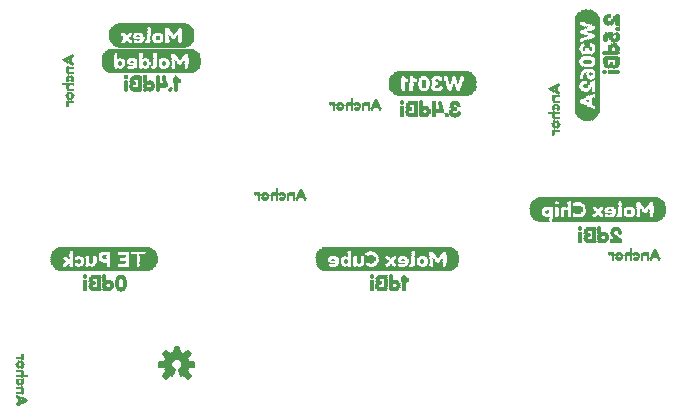
<source format=gbo>
G75*
%MOIN*%
%OFA0B0*%
%FSLAX25Y25*%
%IPPOS*%
%LPD*%
%AMOC8*
5,1,8,0,0,1.08239X$1,22.5*
%
%ADD10C,0.00591*%
%ADD11R,0.00157X0.00551*%
%ADD12R,0.00118X0.00157*%
%ADD13R,0.00118X0.00827*%
%ADD14R,0.00157X0.00709*%
%ADD15R,0.00157X0.00827*%
%ADD16R,0.00157X0.00945*%
%ADD17R,0.00118X0.01102*%
%ADD18R,0.00157X0.01260*%
%ADD19R,0.00118X0.01378*%
%ADD20R,0.00157X0.01496*%
%ADD21R,0.00157X0.00276*%
%ADD22R,0.00118X0.01654*%
%ADD23R,0.00118X0.00709*%
%ADD24R,0.00118X0.01220*%
%ADD25R,0.00157X0.01811*%
%ADD26R,0.00157X0.02087*%
%ADD27R,0.00157X0.01654*%
%ADD28R,0.00157X0.02047*%
%ADD29R,0.00118X0.01929*%
%ADD30R,0.00118X0.02205*%
%ADD31R,0.00118X0.02047*%
%ADD32R,0.00157X0.02362*%
%ADD33R,0.00157X0.02205*%
%ADD34R,0.00118X0.00945*%
%ADD35R,0.00118X0.02480*%
%ADD36R,0.00157X0.01102*%
%ADD37R,0.00157X0.00984*%
%ADD38R,0.00157X0.02480*%
%ADD39R,0.00157X0.01929*%
%ADD40R,0.00118X0.00984*%
%ADD41R,0.00118X0.02638*%
%ADD42R,0.00118X0.00276*%
%ADD43R,0.00118X0.02598*%
%ADD44R,0.00157X0.02913*%
%ADD45R,0.00118X0.02913*%
%ADD46R,0.00157X0.03150*%
%ADD47R,0.00118X0.03150*%
%ADD48R,0.00118X0.00669*%
%ADD49R,0.00157X0.03465*%
%ADD50R,0.00118X0.01811*%
%ADD51R,0.00118X0.00551*%
%ADD52R,0.00157X0.00118*%
%ADD53R,0.00551X0.00157*%
%ADD54R,0.00827X0.00118*%
%ADD55R,0.00709X0.00157*%
%ADD56R,0.00827X0.00157*%
%ADD57R,0.00945X0.00157*%
%ADD58R,0.01102X0.00118*%
%ADD59R,0.01260X0.00157*%
%ADD60R,0.01378X0.00118*%
%ADD61R,0.01496X0.00157*%
%ADD62R,0.00276X0.00157*%
%ADD63R,0.01654X0.00118*%
%ADD64R,0.00709X0.00118*%
%ADD65R,0.01220X0.00118*%
%ADD66R,0.01811X0.00157*%
%ADD67R,0.02087X0.00157*%
%ADD68R,0.01654X0.00157*%
%ADD69R,0.02047X0.00157*%
%ADD70R,0.01929X0.00118*%
%ADD71R,0.02205X0.00118*%
%ADD72R,0.02047X0.00118*%
%ADD73R,0.02362X0.00157*%
%ADD74R,0.02205X0.00157*%
%ADD75R,0.00945X0.00118*%
%ADD76R,0.02480X0.00118*%
%ADD77R,0.01102X0.00157*%
%ADD78R,0.00984X0.00157*%
%ADD79R,0.02480X0.00157*%
%ADD80R,0.01929X0.00157*%
%ADD81R,0.00984X0.00118*%
%ADD82R,0.02638X0.00118*%
%ADD83R,0.00276X0.00118*%
%ADD84R,0.02598X0.00118*%
%ADD85R,0.02913X0.00157*%
%ADD86R,0.02913X0.00118*%
%ADD87R,0.03150X0.00157*%
%ADD88R,0.03150X0.00118*%
%ADD89R,0.00669X0.00118*%
%ADD90R,0.03465X0.00157*%
%ADD91R,0.01811X0.00118*%
%ADD92R,0.00551X0.00118*%
%ADD93R,0.22638X0.00197*%
%ADD94R,0.23819X0.00197*%
%ADD95R,0.24606X0.00197*%
%ADD96R,0.25394X0.00197*%
%ADD97R,0.25787X0.00197*%
%ADD98R,0.26181X0.00197*%
%ADD99R,0.13780X0.00197*%
%ADD100R,0.12008X0.00197*%
%ADD101R,0.13976X0.00197*%
%ADD102R,0.03740X0.00197*%
%ADD103R,0.03346X0.00197*%
%ADD104R,0.04921X0.00197*%
%ADD105R,0.12205X0.00197*%
%ADD106R,0.03543X0.00197*%
%ADD107R,0.02953X0.00197*%
%ADD108R,0.04724X0.00197*%
%ADD109R,0.02559X0.00197*%
%ADD110R,0.12402X0.00197*%
%ADD111R,0.02362X0.00197*%
%ADD112R,0.03937X0.00197*%
%ADD113R,0.02165X0.00197*%
%ADD114R,0.12598X0.00197*%
%ADD115R,0.01772X0.00197*%
%ADD116R,0.01378X0.00197*%
%ADD117R,0.04134X0.00197*%
%ADD118R,0.01181X0.00197*%
%ADD119R,0.01575X0.00197*%
%ADD120R,0.01969X0.00197*%
%ADD121R,0.04331X0.00197*%
%ADD122R,0.00984X0.00197*%
%ADD123R,0.00591X0.00197*%
%ADD124R,0.00787X0.00197*%
%ADD125R,0.00197X0.00197*%
%ADD126R,0.00394X0.00197*%
%ADD127R,0.04528X0.00197*%
%ADD128R,0.04134X0.00236*%
%ADD129R,0.00394X0.00236*%
%ADD130R,0.00591X0.00236*%
%ADD131R,0.01181X0.00236*%
%ADD132R,0.00984X0.00236*%
%ADD133R,0.04724X0.00236*%
%ADD134R,0.03937X0.00236*%
%ADD135R,0.02953X0.00236*%
%ADD136R,0.00787X0.00236*%
%ADD137R,0.03150X0.00236*%
%ADD138R,0.04331X0.00236*%
%ADD139R,0.03740X0.00236*%
%ADD140R,0.03346X0.00236*%
%ADD141R,0.01575X0.00236*%
%ADD142R,0.03543X0.00236*%
%ADD143R,0.26575X0.00197*%
%ADD144R,0.25394X0.00236*%
%ADD145R,0.23819X0.00157*%
%ADD146R,0.27362X0.00197*%
%ADD147R,0.28543X0.00197*%
%ADD148R,0.29331X0.00197*%
%ADD149R,0.30118X0.00197*%
%ADD150R,0.30512X0.00197*%
%ADD151R,0.30906X0.00197*%
%ADD152R,0.07480X0.00197*%
%ADD153R,0.07087X0.00197*%
%ADD154R,0.03150X0.00197*%
%ADD155R,0.02756X0.00197*%
%ADD156R,0.01378X0.00236*%
%ADD157R,0.31299X0.00197*%
%ADD158R,0.30118X0.00236*%
%ADD159R,0.28543X0.00157*%
%ADD160R,0.01969X0.00236*%
%ADD161R,0.25000X0.00197*%
%ADD162R,0.26969X0.00197*%
%ADD163R,0.05118X0.00197*%
%ADD164R,0.10630X0.00197*%
%ADD165R,0.04921X0.00236*%
%ADD166R,0.02756X0.00236*%
%ADD167R,0.01772X0.00236*%
%ADD168R,0.02362X0.00236*%
%ADD169R,0.26181X0.00236*%
%ADD170R,0.25000X0.00157*%
%ADD171R,0.02165X0.00236*%
%ADD172R,0.00197X0.31693*%
%ADD173R,0.00197X0.32480*%
%ADD174R,0.00197X0.33268*%
%ADD175R,0.00197X0.34055*%
%ADD176R,0.00197X0.34449*%
%ADD177R,0.00197X0.34843*%
%ADD178R,0.00197X0.35236*%
%ADD179R,0.00197X0.03937*%
%ADD180R,0.00197X0.05118*%
%ADD181R,0.00197X0.02362*%
%ADD182R,0.00197X0.03543*%
%ADD183R,0.00197X0.07283*%
%ADD184R,0.00197X0.10236*%
%ADD185R,0.00197X0.01969*%
%ADD186R,0.00197X0.01772*%
%ADD187R,0.00197X0.01575*%
%ADD188R,0.00197X0.03150*%
%ADD189R,0.00197X0.05512*%
%ADD190R,0.00197X0.00984*%
%ADD191R,0.00197X0.02559*%
%ADD192R,0.00197X0.01181*%
%ADD193R,0.00197X0.03740*%
%ADD194R,0.00197X0.00787*%
%ADD195R,0.00197X0.02756*%
%ADD196R,0.00197X0.01378*%
%ADD197R,0.00197X0.00591*%
%ADD198R,0.00197X0.00394*%
%ADD199R,0.00197X0.04331*%
%ADD200R,0.00197X0.02165*%
%ADD201R,0.00197X0.05315*%
%ADD202R,0.00197X0.04528*%
%ADD203R,0.00197X0.04724*%
%ADD204R,0.00197X0.04921*%
%ADD205R,0.00236X0.04921*%
%ADD206R,0.00236X0.00394*%
%ADD207R,0.00236X0.02756*%
%ADD208R,0.00236X0.00591*%
%ADD209R,0.00236X0.01378*%
%ADD210R,0.00236X0.02165*%
%ADD211R,0.00236X0.01575*%
%ADD212R,0.00236X0.00984*%
%ADD213R,0.00236X0.04724*%
%ADD214R,0.00236X0.01181*%
%ADD215R,0.00236X0.00787*%
%ADD216R,0.00236X0.02362*%
%ADD217R,0.00236X0.04134*%
%ADD218R,0.00197X0.03346*%
%ADD219R,0.00236X0.01772*%
%ADD220R,0.00236X0.01969*%
%ADD221R,0.00236X0.03543*%
%ADD222R,0.00197X0.02953*%
%ADD223R,0.00236X0.34055*%
%ADD224R,0.00157X0.32480*%
%ADD225R,0.00236X0.03346*%
%ADD226R,0.00236X0.03740*%
%ADD227R,0.00197X0.04134*%
%ADD228R,0.00236X0.03937*%
%ADD229R,0.00236X0.02953*%
%ADD230R,0.39961X0.00197*%
%ADD231R,0.40748X0.00197*%
%ADD232R,0.41535X0.00197*%
%ADD233R,0.42323X0.00197*%
%ADD234R,0.42717X0.00197*%
%ADD235R,0.43110X0.00197*%
%ADD236R,0.16142X0.00197*%
%ADD237R,0.07677X0.00197*%
%ADD238R,0.13386X0.00197*%
%ADD239R,0.07874X0.00197*%
%ADD240R,0.11614X0.00197*%
%ADD241R,0.08071X0.00197*%
%ADD242R,0.11417X0.00197*%
%ADD243R,0.11220X0.00197*%
%ADD244R,0.11024X0.00197*%
%ADD245R,0.05315X0.00197*%
%ADD246R,0.04528X0.00236*%
%ADD247R,0.05709X0.00197*%
%ADD248R,0.36811X0.00197*%
%ADD249R,0.05512X0.00197*%
%ADD250R,0.36614X0.00197*%
%ADD251R,0.36417X0.00197*%
%ADD252R,0.36220X0.00236*%
%ADD253R,0.35827X0.00197*%
%ADD254R,0.35433X0.00157*%
%ADD255R,0.04134X0.00157*%
%ADD256R,0.35039X0.00197*%
%ADD257R,0.43504X0.00197*%
%ADD258R,0.44094X0.00197*%
%ADD259R,0.44685X0.00197*%
%ADD260R,0.45079X0.00197*%
%ADD261R,0.45472X0.00197*%
%ADD262R,0.20472X0.00197*%
%ADD263R,0.10039X0.00197*%
%ADD264R,0.06299X0.00197*%
%ADD265R,0.11811X0.00197*%
%ADD266R,0.10236X0.00197*%
%ADD267R,0.10433X0.00197*%
%ADD268R,0.06299X0.00236*%
%ADD269R,0.00197X0.00236*%
%ADD270R,0.45866X0.00197*%
%ADD271R,0.44685X0.00236*%
%ADD272R,0.43898X0.00197*%
%ADD273R,0.43504X0.00157*%
%ADD274R,0.29724X0.00197*%
%ADD275R,0.31693X0.00197*%
%ADD276R,0.32480X0.00197*%
%ADD277R,0.32874X0.00197*%
%ADD278R,0.33268X0.00197*%
%ADD279R,0.27559X0.00197*%
%ADD280R,0.09449X0.00197*%
%ADD281R,0.09252X0.00197*%
%ADD282R,0.08858X0.00197*%
%ADD283R,0.05906X0.00197*%
%ADD284R,0.08661X0.00197*%
%ADD285R,0.06102X0.00197*%
%ADD286R,0.08465X0.00197*%
%ADD287R,0.05906X0.00236*%
%ADD288R,0.05709X0.00236*%
%ADD289R,0.05315X0.00236*%
%ADD290R,0.33661X0.00197*%
%ADD291R,0.32480X0.00236*%
%ADD292R,0.30906X0.00157*%
%ADD293R,0.02559X0.00236*%
D10*
X0164698Y0165346D02*
X0163680Y0166364D01*
X0164890Y0167848D01*
X0164582Y0168446D01*
X0164377Y0169087D01*
X0162472Y0169280D01*
X0162472Y0170720D01*
X0164377Y0170913D01*
X0164582Y0171554D01*
X0164890Y0172152D01*
X0163680Y0173636D01*
X0164698Y0174654D01*
X0166182Y0173443D01*
X0166780Y0173751D01*
X0167420Y0173956D01*
X0167614Y0175861D01*
X0169053Y0175861D01*
X0169247Y0173956D01*
X0169887Y0173751D01*
X0170485Y0173443D01*
X0171969Y0174654D01*
X0172987Y0173636D01*
X0171777Y0172152D01*
X0172085Y0171554D01*
X0172290Y0170913D01*
X0174195Y0170720D01*
X0174195Y0169280D01*
X0172290Y0169087D01*
X0172085Y0168446D01*
X0171777Y0167848D01*
X0172987Y0166364D01*
X0171969Y0165346D01*
X0170485Y0166557D01*
X0169887Y0166249D01*
X0169040Y0168295D01*
X0169418Y0168507D01*
X0169737Y0168801D01*
X0169978Y0169162D01*
X0170128Y0169569D01*
X0170179Y0170000D01*
X0170126Y0170439D01*
X0169970Y0170852D01*
X0169721Y0171217D01*
X0169392Y0171511D01*
X0169002Y0171720D01*
X0168574Y0171829D01*
X0168133Y0171834D01*
X0167702Y0171734D01*
X0167308Y0171534D01*
X0166973Y0171246D01*
X0166716Y0170887D01*
X0166551Y0170477D01*
X0166489Y0170040D01*
X0166532Y0169600D01*
X0166678Y0169184D01*
X0166920Y0168814D01*
X0167242Y0168512D01*
X0167627Y0168295D01*
X0166779Y0166249D01*
X0166182Y0166557D01*
X0164698Y0165346D01*
X0164441Y0165603D02*
X0165012Y0165603D01*
X0165735Y0166192D02*
X0163852Y0166192D01*
X0164020Y0166781D02*
X0167000Y0166781D01*
X0167244Y0167370D02*
X0164500Y0167370D01*
X0164833Y0167959D02*
X0167488Y0167959D01*
X0167203Y0168548D02*
X0164549Y0168548D01*
X0163877Y0169138D02*
X0166709Y0169138D01*
X0166520Y0169727D02*
X0162472Y0169727D01*
X0162472Y0170316D02*
X0166528Y0170316D01*
X0166728Y0170905D02*
X0164291Y0170905D01*
X0164563Y0171494D02*
X0167262Y0171494D01*
X0169412Y0171494D02*
X0172104Y0171494D01*
X0172375Y0170905D02*
X0169934Y0170905D01*
X0170141Y0170316D02*
X0174195Y0170316D01*
X0174195Y0169727D02*
X0170147Y0169727D01*
X0169961Y0169138D02*
X0172790Y0169138D01*
X0172117Y0168548D02*
X0169463Y0168548D01*
X0169179Y0167959D02*
X0171834Y0167959D01*
X0172166Y0167370D02*
X0169423Y0167370D01*
X0169667Y0166781D02*
X0172647Y0166781D01*
X0172815Y0166192D02*
X0170932Y0166192D01*
X0171654Y0165603D02*
X0172226Y0165603D01*
X0171812Y0172083D02*
X0164855Y0172083D01*
X0164466Y0172672D02*
X0172201Y0172672D01*
X0172681Y0173261D02*
X0163985Y0173261D01*
X0163894Y0173850D02*
X0165683Y0173850D01*
X0164961Y0174439D02*
X0164483Y0174439D01*
X0167088Y0173850D02*
X0169579Y0173850D01*
X0169198Y0174439D02*
X0167469Y0174439D01*
X0167529Y0175028D02*
X0169138Y0175028D01*
X0169078Y0175617D02*
X0167589Y0175617D01*
X0170984Y0173850D02*
X0172773Y0173850D01*
X0172184Y0174439D02*
X0171706Y0174439D01*
D11*
X0118762Y0166110D03*
X0130404Y0263390D03*
X0292404Y0253890D03*
D12*
X0292542Y0261961D03*
X0222806Y0254571D03*
X0197806Y0224571D03*
X0130542Y0271461D03*
X0118625Y0158039D03*
X0315806Y0204571D03*
D13*
X0293644Y0246862D03*
X0293644Y0253909D03*
X0293369Y0253909D03*
X0293093Y0253909D03*
X0292818Y0253909D03*
X0292542Y0253909D03*
X0295022Y0253909D03*
X0295298Y0253909D03*
X0295573Y0253909D03*
X0295849Y0253909D03*
X0295849Y0259421D03*
X0295573Y0259421D03*
X0295298Y0259421D03*
X0295022Y0259421D03*
X0294747Y0259421D03*
X0292818Y0261902D03*
X0133849Y0263409D03*
X0133573Y0263409D03*
X0133298Y0263409D03*
X0133022Y0263409D03*
X0131644Y0263409D03*
X0131369Y0263409D03*
X0131093Y0263409D03*
X0130818Y0263409D03*
X0130542Y0263409D03*
X0132747Y0268921D03*
X0133022Y0268921D03*
X0133298Y0268921D03*
X0133573Y0268921D03*
X0133849Y0268921D03*
X0130818Y0271402D03*
X0131644Y0256362D03*
X0117522Y0173138D03*
X0117522Y0166091D03*
X0117798Y0166091D03*
X0118073Y0166091D03*
X0118349Y0166091D03*
X0118625Y0166091D03*
X0116144Y0166091D03*
X0115869Y0166091D03*
X0115593Y0166091D03*
X0115318Y0166091D03*
X0115318Y0160579D03*
X0115593Y0160579D03*
X0115869Y0160579D03*
X0116144Y0160579D03*
X0116420Y0160579D03*
X0118349Y0158098D03*
D14*
X0118487Y0158039D03*
X0130680Y0271461D03*
X0292680Y0261961D03*
D15*
X0294885Y0259421D03*
X0295160Y0259421D03*
X0295436Y0259421D03*
X0295711Y0259421D03*
X0295987Y0259421D03*
X0295987Y0263280D03*
X0295987Y0253909D03*
X0295711Y0253909D03*
X0295436Y0253909D03*
X0295160Y0253909D03*
X0294885Y0253909D03*
X0293507Y0253909D03*
X0293231Y0253909D03*
X0292955Y0253909D03*
X0292680Y0253909D03*
X0295987Y0252098D03*
X0133987Y0261598D03*
X0133987Y0263409D03*
X0133711Y0263409D03*
X0133436Y0263409D03*
X0133160Y0263409D03*
X0132885Y0263409D03*
X0131507Y0263409D03*
X0131231Y0263409D03*
X0130955Y0263409D03*
X0130680Y0263409D03*
X0132885Y0268921D03*
X0133160Y0268921D03*
X0133436Y0268921D03*
X0133711Y0268921D03*
X0133987Y0268921D03*
X0133987Y0272780D03*
X0115180Y0167902D03*
X0115180Y0166091D03*
X0115455Y0166091D03*
X0115731Y0166091D03*
X0116007Y0166091D03*
X0116282Y0166091D03*
X0117660Y0166091D03*
X0117936Y0166091D03*
X0118211Y0166091D03*
X0118487Y0166091D03*
X0116282Y0160579D03*
X0116007Y0160579D03*
X0115731Y0160579D03*
X0115455Y0160579D03*
X0115180Y0160579D03*
X0115180Y0156720D03*
D16*
X0116558Y0158866D03*
X0115180Y0159417D03*
X0118211Y0158039D03*
X0116558Y0163551D03*
X0116282Y0163551D03*
X0116007Y0163551D03*
X0116007Y0169063D03*
X0116282Y0169063D03*
X0116558Y0169063D03*
X0116558Y0172094D03*
X0116282Y0172094D03*
X0116007Y0172094D03*
X0115731Y0172094D03*
X0115455Y0172094D03*
X0115180Y0172094D03*
X0132609Y0257406D03*
X0132885Y0257406D03*
X0133160Y0257406D03*
X0133436Y0257406D03*
X0133711Y0257406D03*
X0133987Y0257406D03*
X0133160Y0260437D03*
X0132885Y0260437D03*
X0132609Y0260437D03*
X0132609Y0265949D03*
X0132885Y0265949D03*
X0133160Y0265949D03*
X0133987Y0270083D03*
X0132609Y0270634D03*
X0130955Y0271461D03*
X0292955Y0261961D03*
X0294609Y0261134D03*
X0295987Y0260583D03*
X0295160Y0256449D03*
X0294885Y0256449D03*
X0294609Y0256449D03*
X0294609Y0250937D03*
X0294885Y0250937D03*
X0295160Y0250937D03*
X0295160Y0247906D03*
X0294885Y0247906D03*
X0294609Y0247906D03*
X0295436Y0247906D03*
X0295711Y0247906D03*
X0295987Y0247906D03*
D17*
X0295298Y0249205D03*
X0294471Y0249205D03*
X0294471Y0247827D03*
X0296125Y0250031D03*
X0295298Y0250740D03*
X0294471Y0250858D03*
X0293644Y0255543D03*
X0296125Y0255543D03*
X0294196Y0261331D03*
X0293093Y0261882D03*
X0134125Y0259531D03*
X0133298Y0260240D03*
X0132471Y0260358D03*
X0132471Y0258705D03*
X0133298Y0258705D03*
X0132471Y0257327D03*
X0131644Y0265043D03*
X0134125Y0265043D03*
X0132196Y0270831D03*
X0131093Y0271382D03*
X0116696Y0172173D03*
X0116696Y0170795D03*
X0115869Y0170795D03*
X0115042Y0169969D03*
X0115869Y0169260D03*
X0116696Y0169142D03*
X0117522Y0164457D03*
X0115042Y0164457D03*
X0116971Y0158669D03*
X0118073Y0158118D03*
D18*
X0117936Y0158039D03*
X0131231Y0271461D03*
X0293231Y0261961D03*
D19*
X0293369Y0261902D03*
X0131369Y0271402D03*
X0117798Y0158098D03*
D20*
X0117660Y0158039D03*
X0117385Y0164378D03*
X0115180Y0164378D03*
X0131782Y0265122D03*
X0133987Y0265122D03*
X0131507Y0271461D03*
X0293507Y0261961D03*
X0293782Y0255622D03*
X0295987Y0255622D03*
D21*
X0295160Y0255130D03*
X0294609Y0255130D03*
X0293507Y0250051D03*
X0133160Y0264630D03*
X0132609Y0264630D03*
X0131507Y0259551D03*
X0117660Y0169949D03*
X0116558Y0164870D03*
X0116007Y0164870D03*
D22*
X0117522Y0158118D03*
X0131644Y0271382D03*
X0293644Y0261882D03*
D23*
X0293644Y0259480D03*
X0293644Y0258378D03*
X0296125Y0259480D03*
X0294471Y0255071D03*
X0293644Y0252866D03*
X0293644Y0247906D03*
X0296125Y0247906D03*
X0134125Y0257406D03*
X0131644Y0257406D03*
X0131644Y0262366D03*
X0132471Y0264571D03*
X0131644Y0267878D03*
X0131644Y0268980D03*
X0134125Y0268980D03*
X0117522Y0172094D03*
X0115042Y0172094D03*
X0117522Y0167134D03*
X0116696Y0164929D03*
X0117522Y0161622D03*
X0117522Y0160520D03*
X0115042Y0160520D03*
D24*
X0115869Y0163689D03*
X0116696Y0163689D03*
X0117522Y0170028D03*
X0131644Y0259472D03*
X0132471Y0265811D03*
X0133298Y0265811D03*
X0293644Y0249972D03*
X0294471Y0256311D03*
X0295298Y0256311D03*
D25*
X0293782Y0261961D03*
X0131782Y0271461D03*
X0117385Y0158039D03*
D26*
X0117385Y0161209D03*
X0116833Y0164240D03*
X0115731Y0164240D03*
X0117385Y0166720D03*
X0131782Y0262780D03*
X0132333Y0265260D03*
X0133436Y0265260D03*
X0131782Y0268291D03*
X0293782Y0258791D03*
X0294333Y0255760D03*
X0295436Y0255760D03*
X0293782Y0253280D03*
D27*
X0293782Y0250031D03*
X0295987Y0250031D03*
X0133987Y0259531D03*
X0131782Y0259531D03*
X0117385Y0169969D03*
X0115180Y0169969D03*
D28*
X0117109Y0172646D03*
X0117385Y0172646D03*
X0117109Y0164378D03*
X0115455Y0164378D03*
X0117109Y0158039D03*
X0131782Y0256854D03*
X0132058Y0256854D03*
X0132058Y0265122D03*
X0133711Y0265122D03*
X0132058Y0271461D03*
X0294058Y0261961D03*
X0294058Y0255622D03*
X0295711Y0255622D03*
X0294058Y0247354D03*
X0293782Y0247354D03*
D29*
X0293920Y0250051D03*
X0295849Y0250051D03*
X0293920Y0255563D03*
X0293920Y0261902D03*
X0133849Y0259551D03*
X0131920Y0259551D03*
X0131920Y0265063D03*
X0131920Y0271402D03*
X0117247Y0169949D03*
X0115318Y0169949D03*
X0117247Y0164437D03*
X0117247Y0158098D03*
D30*
X0117247Y0161268D03*
X0116971Y0164299D03*
X0115593Y0164299D03*
X0117247Y0166780D03*
X0131920Y0262720D03*
X0132196Y0265201D03*
X0133573Y0265201D03*
X0131920Y0268232D03*
X0293920Y0258732D03*
X0294196Y0255701D03*
X0295573Y0255701D03*
X0293920Y0253220D03*
D31*
X0293920Y0247354D03*
X0294196Y0247354D03*
X0132196Y0256854D03*
X0131920Y0256854D03*
X0117247Y0172646D03*
X0116971Y0172646D03*
D32*
X0117109Y0166858D03*
X0117109Y0161346D03*
X0132058Y0262642D03*
X0132058Y0268154D03*
X0294058Y0258654D03*
X0294058Y0253142D03*
D33*
X0294058Y0250031D03*
X0295711Y0250031D03*
X0133711Y0259531D03*
X0132058Y0259531D03*
X0117109Y0169969D03*
X0115455Y0169969D03*
D34*
X0116144Y0169063D03*
X0116420Y0169063D03*
X0116420Y0172094D03*
X0116144Y0172094D03*
X0115869Y0172094D03*
X0115593Y0172094D03*
X0115318Y0172094D03*
X0116144Y0163551D03*
X0116420Y0163551D03*
X0115318Y0159417D03*
X0116971Y0157488D03*
X0115318Y0156661D03*
X0132747Y0257406D03*
X0133022Y0257406D03*
X0133298Y0257406D03*
X0133573Y0257406D03*
X0133849Y0257406D03*
X0133022Y0260437D03*
X0132747Y0260437D03*
X0132747Y0265949D03*
X0133022Y0265949D03*
X0133849Y0270083D03*
X0132196Y0272012D03*
X0133849Y0272839D03*
X0294196Y0262512D03*
X0295849Y0263339D03*
X0295849Y0260583D03*
X0295022Y0256449D03*
X0294747Y0256449D03*
X0294747Y0250937D03*
X0295022Y0250937D03*
X0295022Y0247906D03*
X0294747Y0247906D03*
X0295298Y0247906D03*
X0295573Y0247906D03*
X0295849Y0247906D03*
D35*
X0295573Y0250051D03*
X0294196Y0250051D03*
X0294196Y0253083D03*
X0294196Y0258594D03*
X0133573Y0259551D03*
X0132196Y0259551D03*
X0132196Y0262583D03*
X0132196Y0268094D03*
X0116971Y0169949D03*
X0115593Y0169949D03*
X0116971Y0166917D03*
X0116971Y0161406D03*
D36*
X0115455Y0159339D03*
X0116558Y0157291D03*
X0116833Y0157409D03*
X0115455Y0156740D03*
X0133711Y0270161D03*
X0132609Y0272209D03*
X0132333Y0272091D03*
X0133711Y0272760D03*
X0294333Y0262591D03*
X0294609Y0262709D03*
X0295711Y0263260D03*
X0295711Y0260661D03*
D37*
X0294333Y0261272D03*
X0294609Y0259343D03*
X0294609Y0257689D03*
X0294885Y0257689D03*
X0295160Y0257689D03*
X0295436Y0257689D03*
X0295711Y0257689D03*
X0295987Y0257689D03*
X0294609Y0253831D03*
X0294609Y0252177D03*
X0294885Y0252177D03*
X0295160Y0252177D03*
X0295436Y0252177D03*
X0295711Y0252177D03*
X0295160Y0249146D03*
X0294885Y0249146D03*
X0294609Y0249146D03*
X0133711Y0261677D03*
X0133436Y0261677D03*
X0133160Y0261677D03*
X0132885Y0261677D03*
X0132609Y0261677D03*
X0132609Y0263331D03*
X0132609Y0258646D03*
X0132885Y0258646D03*
X0133160Y0258646D03*
X0133160Y0267189D03*
X0132885Y0267189D03*
X0132609Y0267189D03*
X0133436Y0267189D03*
X0133711Y0267189D03*
X0133987Y0267189D03*
X0132609Y0268843D03*
X0132333Y0270772D03*
X0116558Y0170854D03*
X0116282Y0170854D03*
X0116007Y0170854D03*
X0116007Y0167823D03*
X0116282Y0167823D03*
X0116558Y0167823D03*
X0115731Y0167823D03*
X0115455Y0167823D03*
X0116558Y0166169D03*
X0116558Y0162311D03*
X0116282Y0162311D03*
X0116007Y0162311D03*
X0115731Y0162311D03*
X0115455Y0162311D03*
X0115180Y0162311D03*
X0116558Y0160657D03*
X0116833Y0158728D03*
D38*
X0116833Y0161406D03*
X0116833Y0166917D03*
X0116833Y0169949D03*
X0115731Y0169949D03*
X0132333Y0259551D03*
X0133436Y0259551D03*
X0132333Y0262583D03*
X0132333Y0268094D03*
X0294333Y0258594D03*
X0294333Y0253083D03*
X0294333Y0250051D03*
X0295436Y0250051D03*
D39*
X0294333Y0247413D03*
X0132333Y0256913D03*
X0116833Y0172587D03*
D40*
X0116420Y0170854D03*
X0116144Y0170854D03*
X0116144Y0167823D03*
X0115869Y0167823D03*
X0115593Y0167823D03*
X0115318Y0167823D03*
X0116420Y0167823D03*
X0116420Y0166169D03*
X0116420Y0162311D03*
X0116144Y0162311D03*
X0115869Y0162311D03*
X0115593Y0162311D03*
X0115318Y0162311D03*
X0115593Y0159280D03*
X0116696Y0158728D03*
X0116696Y0157350D03*
X0115593Y0156799D03*
X0132747Y0258646D03*
X0133022Y0258646D03*
X0133022Y0261677D03*
X0132747Y0261677D03*
X0133298Y0261677D03*
X0133573Y0261677D03*
X0133849Y0261677D03*
X0132747Y0263331D03*
X0132747Y0267189D03*
X0133022Y0267189D03*
X0133298Y0267189D03*
X0133573Y0267189D03*
X0133849Y0267189D03*
X0133573Y0270220D03*
X0132471Y0270772D03*
X0132471Y0272150D03*
X0133573Y0272701D03*
X0294471Y0262650D03*
X0295573Y0263201D03*
X0294471Y0261272D03*
X0295573Y0260720D03*
X0295573Y0257689D03*
X0295298Y0257689D03*
X0295022Y0257689D03*
X0294747Y0257689D03*
X0295849Y0257689D03*
X0294747Y0253831D03*
X0294747Y0252177D03*
X0295022Y0252177D03*
X0295298Y0252177D03*
X0295573Y0252177D03*
X0295849Y0252177D03*
X0295022Y0249146D03*
X0294747Y0249146D03*
D41*
X0294471Y0253004D03*
X0294471Y0258516D03*
X0132471Y0262504D03*
X0132471Y0268016D03*
X0116696Y0166996D03*
X0116696Y0161484D03*
D42*
X0116696Y0173256D03*
X0132471Y0256244D03*
X0294471Y0246744D03*
D43*
X0294747Y0261961D03*
X0132747Y0271461D03*
X0116420Y0158039D03*
D44*
X0116282Y0158039D03*
X0132885Y0271461D03*
X0294885Y0261961D03*
D45*
X0295022Y0261961D03*
X0133022Y0271461D03*
X0116144Y0158039D03*
D46*
X0116007Y0158039D03*
X0133160Y0271461D03*
X0295160Y0261961D03*
D47*
X0295298Y0261961D03*
X0133298Y0271461D03*
X0115869Y0158039D03*
D48*
X0115042Y0162311D03*
X0115869Y0164791D03*
X0115042Y0166169D03*
X0115042Y0167823D03*
X0134125Y0261677D03*
X0134125Y0263331D03*
X0133298Y0264709D03*
X0134125Y0267189D03*
X0295298Y0255209D03*
X0296125Y0253831D03*
X0296125Y0252177D03*
X0296125Y0257689D03*
D49*
X0295436Y0261961D03*
X0133436Y0271461D03*
X0115731Y0158039D03*
D50*
X0115318Y0164378D03*
X0133849Y0265122D03*
X0295849Y0255622D03*
D51*
X0115042Y0156740D03*
X0115042Y0159339D03*
X0134125Y0270161D03*
X0134125Y0272760D03*
X0296125Y0263260D03*
X0296125Y0260661D03*
D52*
X0296262Y0249972D03*
X0327794Y0208291D03*
X0234794Y0258291D03*
X0209794Y0228291D03*
X0134262Y0259472D03*
X0114904Y0170028D03*
D53*
X0201723Y0228429D03*
X0226723Y0258429D03*
X0319723Y0208429D03*
D54*
X0319743Y0208291D03*
X0319743Y0208016D03*
X0319743Y0207740D03*
X0319743Y0207465D03*
X0319743Y0207189D03*
X0319743Y0205811D03*
X0319743Y0205535D03*
X0319743Y0205260D03*
X0319743Y0204984D03*
X0325255Y0204984D03*
X0325255Y0205260D03*
X0325255Y0205535D03*
X0325255Y0205811D03*
X0325255Y0206087D03*
X0327735Y0208016D03*
X0312696Y0207189D03*
X0234735Y0258016D03*
X0232255Y0256087D03*
X0232255Y0255811D03*
X0232255Y0255535D03*
X0232255Y0255260D03*
X0232255Y0254984D03*
X0226743Y0254984D03*
X0226743Y0255260D03*
X0226743Y0255535D03*
X0226743Y0255811D03*
X0226743Y0257189D03*
X0226743Y0257465D03*
X0226743Y0257740D03*
X0226743Y0258016D03*
X0226743Y0258291D03*
X0219696Y0257189D03*
X0209735Y0228016D03*
X0207255Y0226087D03*
X0207255Y0225811D03*
X0207255Y0225535D03*
X0207255Y0225260D03*
X0207255Y0224984D03*
X0201743Y0224984D03*
X0201743Y0225260D03*
X0201743Y0225535D03*
X0201743Y0225811D03*
X0201743Y0227189D03*
X0201743Y0227465D03*
X0201743Y0227740D03*
X0201743Y0228016D03*
X0201743Y0228291D03*
X0194696Y0227189D03*
D55*
X0209794Y0228154D03*
X0234794Y0258154D03*
X0327794Y0208154D03*
D56*
X0325255Y0205949D03*
X0325255Y0205673D03*
X0325255Y0205398D03*
X0325255Y0205122D03*
X0325255Y0204846D03*
X0329113Y0204846D03*
X0319743Y0204846D03*
X0319743Y0205122D03*
X0319743Y0205398D03*
X0319743Y0205673D03*
X0319743Y0205949D03*
X0319743Y0207327D03*
X0319743Y0207602D03*
X0319743Y0207878D03*
X0319743Y0208154D03*
X0317932Y0204846D03*
X0236113Y0254846D03*
X0232255Y0254846D03*
X0232255Y0255122D03*
X0232255Y0255398D03*
X0232255Y0255673D03*
X0232255Y0255949D03*
X0226743Y0255949D03*
X0226743Y0255673D03*
X0226743Y0255398D03*
X0226743Y0255122D03*
X0226743Y0254846D03*
X0224932Y0254846D03*
X0226743Y0257327D03*
X0226743Y0257602D03*
X0226743Y0257878D03*
X0226743Y0258154D03*
X0201743Y0228154D03*
X0201743Y0227878D03*
X0201743Y0227602D03*
X0201743Y0227327D03*
X0201743Y0225949D03*
X0201743Y0225673D03*
X0201743Y0225398D03*
X0201743Y0225122D03*
X0201743Y0224846D03*
X0199932Y0224846D03*
X0207255Y0224846D03*
X0207255Y0225122D03*
X0207255Y0225398D03*
X0207255Y0225673D03*
X0207255Y0225949D03*
X0211113Y0224846D03*
D57*
X0208967Y0226224D03*
X0208416Y0224846D03*
X0209794Y0227878D03*
X0204282Y0226224D03*
X0204282Y0225949D03*
X0204282Y0225673D03*
X0198770Y0225673D03*
X0198770Y0225949D03*
X0198770Y0226224D03*
X0195739Y0226224D03*
X0195739Y0225949D03*
X0195739Y0225673D03*
X0195739Y0225398D03*
X0195739Y0225122D03*
X0195739Y0224846D03*
X0220739Y0254846D03*
X0220739Y0255122D03*
X0220739Y0255398D03*
X0220739Y0255673D03*
X0220739Y0255949D03*
X0220739Y0256224D03*
X0223770Y0256224D03*
X0223770Y0255949D03*
X0223770Y0255673D03*
X0229282Y0255673D03*
X0229282Y0255949D03*
X0229282Y0256224D03*
X0233416Y0254846D03*
X0233967Y0256224D03*
X0234794Y0257878D03*
X0313739Y0206224D03*
X0313739Y0205949D03*
X0313739Y0205673D03*
X0313739Y0205398D03*
X0313739Y0205122D03*
X0313739Y0204846D03*
X0316770Y0205673D03*
X0316770Y0205949D03*
X0316770Y0206224D03*
X0322282Y0206224D03*
X0322282Y0205949D03*
X0322282Y0205673D03*
X0326416Y0204846D03*
X0326967Y0206224D03*
X0327794Y0207878D03*
D58*
X0327715Y0207740D03*
X0327164Y0206638D03*
X0321377Y0207189D03*
X0321377Y0204709D03*
X0316573Y0205535D03*
X0316692Y0206362D03*
X0315038Y0206362D03*
X0315038Y0205535D03*
X0315865Y0204709D03*
X0313660Y0206362D03*
X0234164Y0256638D03*
X0234715Y0257740D03*
X0228377Y0257189D03*
X0228377Y0254709D03*
X0223573Y0255535D03*
X0223692Y0256362D03*
X0222038Y0256362D03*
X0222038Y0255535D03*
X0222865Y0254709D03*
X0220660Y0256362D03*
X0209715Y0227740D03*
X0209164Y0226638D03*
X0203377Y0227189D03*
X0203377Y0224709D03*
X0198573Y0225535D03*
X0198692Y0226362D03*
X0197038Y0226362D03*
X0197038Y0225535D03*
X0197865Y0224709D03*
X0195660Y0226362D03*
D59*
X0209794Y0227602D03*
X0234794Y0257602D03*
X0327794Y0207602D03*
D60*
X0327735Y0207465D03*
X0234735Y0257465D03*
X0209735Y0227465D03*
D61*
X0209794Y0227327D03*
X0203455Y0227051D03*
X0203455Y0224846D03*
X0228455Y0254846D03*
X0228455Y0257051D03*
X0234794Y0257327D03*
X0321455Y0207051D03*
X0321455Y0204846D03*
X0327794Y0207327D03*
D62*
X0320963Y0206224D03*
X0320963Y0205673D03*
X0315885Y0207327D03*
X0227963Y0255673D03*
X0227963Y0256224D03*
X0222885Y0257327D03*
X0197885Y0227327D03*
X0202963Y0226224D03*
X0202963Y0225673D03*
D63*
X0209715Y0227189D03*
X0234715Y0257189D03*
X0327715Y0207189D03*
D64*
X0325314Y0207189D03*
X0324211Y0207189D03*
X0325314Y0204709D03*
X0320904Y0206362D03*
X0318699Y0207189D03*
X0313739Y0207189D03*
X0313739Y0204709D03*
X0232314Y0254709D03*
X0232314Y0257189D03*
X0231211Y0257189D03*
X0227904Y0256362D03*
X0225699Y0257189D03*
X0220739Y0257189D03*
X0220739Y0254709D03*
X0207314Y0227189D03*
X0206211Y0227189D03*
X0207314Y0224709D03*
X0202904Y0226362D03*
X0200699Y0227189D03*
X0195739Y0227189D03*
X0195739Y0224709D03*
D65*
X0197806Y0227189D03*
X0204144Y0226362D03*
X0204144Y0225535D03*
X0222806Y0257189D03*
X0229144Y0256362D03*
X0229144Y0255535D03*
X0315806Y0207189D03*
X0322144Y0206362D03*
X0322144Y0205535D03*
D66*
X0327794Y0207051D03*
X0234794Y0257051D03*
X0209794Y0227051D03*
D67*
X0206625Y0227051D03*
X0203593Y0226500D03*
X0203593Y0225398D03*
X0201113Y0227051D03*
X0226113Y0257051D03*
X0228593Y0256500D03*
X0228593Y0255398D03*
X0231625Y0257051D03*
X0319113Y0207051D03*
X0321593Y0206500D03*
X0321593Y0205398D03*
X0324625Y0207051D03*
D68*
X0315865Y0207051D03*
X0315865Y0204846D03*
X0222865Y0254846D03*
X0222865Y0257051D03*
X0197865Y0227051D03*
X0197865Y0224846D03*
D69*
X0195188Y0226776D03*
X0195188Y0227051D03*
X0203455Y0226776D03*
X0203455Y0225122D03*
X0209794Y0226776D03*
X0220188Y0256776D03*
X0220188Y0257051D03*
X0228455Y0256776D03*
X0228455Y0255122D03*
X0234794Y0256776D03*
X0313188Y0207051D03*
X0313188Y0206776D03*
X0321455Y0206776D03*
X0321455Y0205122D03*
X0327794Y0206776D03*
D70*
X0327735Y0206913D03*
X0321396Y0206913D03*
X0315885Y0206913D03*
X0315885Y0204984D03*
X0234735Y0256913D03*
X0228396Y0256913D03*
X0222885Y0256913D03*
X0222885Y0254984D03*
X0209735Y0226913D03*
X0203396Y0226913D03*
X0197885Y0226913D03*
X0197885Y0224984D03*
D71*
X0201054Y0226913D03*
X0203534Y0226638D03*
X0203534Y0225260D03*
X0206566Y0226913D03*
X0226054Y0256913D03*
X0228534Y0256638D03*
X0228534Y0255260D03*
X0231566Y0256913D03*
X0319054Y0206913D03*
X0321534Y0206638D03*
X0321534Y0205260D03*
X0324566Y0206913D03*
D72*
X0313188Y0206913D03*
X0313188Y0206638D03*
X0220188Y0256638D03*
X0220188Y0256913D03*
X0195188Y0226913D03*
X0195188Y0226638D03*
D73*
X0200975Y0226776D03*
X0206487Y0226776D03*
X0225975Y0256776D03*
X0231487Y0256776D03*
X0318975Y0206776D03*
X0324487Y0206776D03*
D74*
X0315865Y0206776D03*
X0315865Y0205122D03*
X0222865Y0255122D03*
X0222865Y0256776D03*
X0197865Y0226776D03*
X0197865Y0225122D03*
D75*
X0198770Y0225811D03*
X0198770Y0226087D03*
X0195739Y0226087D03*
X0195739Y0225811D03*
X0195739Y0225535D03*
X0195739Y0225260D03*
X0195739Y0224984D03*
X0204282Y0225811D03*
X0204282Y0226087D03*
X0208416Y0224984D03*
X0210345Y0226638D03*
X0211172Y0224984D03*
X0220739Y0254984D03*
X0220739Y0255260D03*
X0220739Y0255535D03*
X0220739Y0255811D03*
X0220739Y0256087D03*
X0223770Y0256087D03*
X0223770Y0255811D03*
X0229282Y0255811D03*
X0229282Y0256087D03*
X0233416Y0254984D03*
X0235345Y0256638D03*
X0236172Y0254984D03*
X0313739Y0206087D03*
X0313739Y0205811D03*
X0313739Y0205535D03*
X0313739Y0205260D03*
X0313739Y0204984D03*
X0316770Y0205811D03*
X0316770Y0206087D03*
X0322282Y0206087D03*
X0322282Y0205811D03*
X0326416Y0204984D03*
X0328345Y0206638D03*
X0329172Y0204984D03*
D76*
X0324428Y0206638D03*
X0318916Y0206638D03*
X0315885Y0206638D03*
X0315885Y0205260D03*
X0231428Y0256638D03*
X0225916Y0256638D03*
X0222885Y0256638D03*
X0222885Y0255260D03*
X0206428Y0226638D03*
X0200916Y0226638D03*
X0197885Y0226638D03*
X0197885Y0225260D03*
D77*
X0208495Y0225122D03*
X0210542Y0226224D03*
X0210424Y0226500D03*
X0211093Y0225122D03*
X0233495Y0255122D03*
X0235542Y0256224D03*
X0235424Y0256500D03*
X0236093Y0255122D03*
X0326495Y0205122D03*
X0328542Y0206224D03*
X0328424Y0206500D03*
X0329093Y0205122D03*
D78*
X0327105Y0206500D03*
X0325176Y0206224D03*
X0323522Y0206224D03*
X0323522Y0205949D03*
X0323522Y0205673D03*
X0323522Y0205398D03*
X0323522Y0205122D03*
X0323522Y0204846D03*
X0319664Y0206224D03*
X0318010Y0206224D03*
X0318010Y0205949D03*
X0318010Y0205673D03*
X0318010Y0205398D03*
X0318010Y0205122D03*
X0314979Y0205673D03*
X0314979Y0205949D03*
X0314979Y0206224D03*
X0234105Y0256500D03*
X0232176Y0256224D03*
X0230522Y0256224D03*
X0230522Y0255949D03*
X0230522Y0255673D03*
X0230522Y0255398D03*
X0230522Y0255122D03*
X0230522Y0254846D03*
X0226664Y0256224D03*
X0225010Y0256224D03*
X0225010Y0255949D03*
X0225010Y0255673D03*
X0225010Y0255398D03*
X0225010Y0255122D03*
X0221979Y0255673D03*
X0221979Y0255949D03*
X0221979Y0256224D03*
X0209105Y0226500D03*
X0207176Y0226224D03*
X0205522Y0226224D03*
X0205522Y0225949D03*
X0205522Y0225673D03*
X0205522Y0225398D03*
X0205522Y0225122D03*
X0205522Y0224846D03*
X0201664Y0226224D03*
X0200010Y0226224D03*
X0200010Y0225949D03*
X0200010Y0225673D03*
X0200010Y0225398D03*
X0200010Y0225122D03*
X0196979Y0225673D03*
X0196979Y0225949D03*
X0196979Y0226224D03*
D79*
X0197885Y0226500D03*
X0197885Y0225398D03*
X0200916Y0226500D03*
X0206428Y0226500D03*
X0222885Y0255398D03*
X0222885Y0256500D03*
X0225916Y0256500D03*
X0231428Y0256500D03*
X0315885Y0206500D03*
X0315885Y0205398D03*
X0318916Y0206500D03*
X0324428Y0206500D03*
D80*
X0313247Y0206500D03*
X0220247Y0256500D03*
X0195247Y0226500D03*
D81*
X0196979Y0226087D03*
X0196979Y0225811D03*
X0200010Y0225811D03*
X0200010Y0225535D03*
X0200010Y0225260D03*
X0200010Y0224984D03*
X0200010Y0226087D03*
X0201664Y0226087D03*
X0205522Y0226087D03*
X0205522Y0225811D03*
X0205522Y0225535D03*
X0205522Y0225260D03*
X0205522Y0224984D03*
X0208554Y0225260D03*
X0209105Y0226362D03*
X0210483Y0226362D03*
X0211034Y0225260D03*
X0221979Y0255811D03*
X0221979Y0256087D03*
X0225010Y0256087D03*
X0225010Y0255811D03*
X0225010Y0255535D03*
X0225010Y0255260D03*
X0225010Y0254984D03*
X0226664Y0256087D03*
X0230522Y0256087D03*
X0230522Y0255811D03*
X0230522Y0255535D03*
X0230522Y0255260D03*
X0230522Y0254984D03*
X0233554Y0255260D03*
X0234105Y0256362D03*
X0235483Y0256362D03*
X0236034Y0255260D03*
X0314979Y0206087D03*
X0314979Y0205811D03*
X0318010Y0205811D03*
X0318010Y0205535D03*
X0318010Y0205260D03*
X0318010Y0204984D03*
X0318010Y0206087D03*
X0319664Y0206087D03*
X0323522Y0206087D03*
X0323522Y0205811D03*
X0323522Y0205535D03*
X0323522Y0205260D03*
X0323522Y0204984D03*
X0326554Y0205260D03*
X0327105Y0206362D03*
X0328483Y0206362D03*
X0329034Y0205260D03*
D82*
X0324349Y0206362D03*
X0318837Y0206362D03*
X0231349Y0256362D03*
X0225837Y0256362D03*
X0206349Y0226362D03*
X0200837Y0226362D03*
D83*
X0194577Y0226362D03*
X0219577Y0256362D03*
X0312577Y0206362D03*
D84*
X0327794Y0206087D03*
X0234794Y0256087D03*
X0209794Y0226087D03*
D85*
X0209794Y0225949D03*
X0234794Y0255949D03*
X0327794Y0205949D03*
D86*
X0327794Y0205811D03*
X0234794Y0255811D03*
X0209794Y0225811D03*
D87*
X0209794Y0225673D03*
X0234794Y0255673D03*
X0327794Y0205673D03*
D88*
X0327794Y0205535D03*
X0234794Y0255535D03*
X0209794Y0225535D03*
D89*
X0205522Y0224709D03*
X0203042Y0225535D03*
X0201664Y0224709D03*
X0200010Y0224709D03*
X0225010Y0254709D03*
X0226664Y0254709D03*
X0228042Y0255535D03*
X0230522Y0254709D03*
X0318010Y0204709D03*
X0319664Y0204709D03*
X0321042Y0205535D03*
X0323522Y0204709D03*
D90*
X0327794Y0205398D03*
X0234794Y0255398D03*
X0209794Y0225398D03*
D91*
X0203455Y0224984D03*
X0228455Y0254984D03*
X0321455Y0204984D03*
D92*
X0326495Y0204709D03*
X0329093Y0204709D03*
X0236093Y0254709D03*
X0233495Y0254709D03*
X0211093Y0224709D03*
X0208495Y0224709D03*
D93*
X0159971Y0275583D03*
X0159971Y0283457D03*
D94*
X0159971Y0283260D03*
X0253577Y0267457D03*
X0253577Y0259583D03*
D95*
X0159971Y0275937D03*
X0159971Y0283063D03*
D96*
X0159971Y0282866D03*
D97*
X0159971Y0282669D03*
X0159971Y0276370D03*
X0253577Y0267063D03*
X0253577Y0259937D03*
D98*
X0253577Y0266866D03*
X0159971Y0276567D03*
X0159971Y0282472D03*
D99*
X0166369Y0282276D03*
D100*
X0152688Y0282276D03*
X0152491Y0282079D03*
X0240491Y0207185D03*
X0309491Y0223685D03*
D101*
X0323467Y0224276D03*
X0323664Y0224079D03*
X0254664Y0207579D03*
X0254467Y0207776D03*
X0168664Y0273579D03*
X0168467Y0273776D03*
X0166467Y0282079D03*
D102*
X0171782Y0281882D03*
X0171979Y0281488D03*
X0171979Y0281291D03*
X0171979Y0277709D03*
X0171979Y0277551D03*
X0173979Y0273382D03*
X0173979Y0273185D03*
X0173979Y0268854D03*
X0173782Y0268421D03*
X0159077Y0263323D03*
X0154747Y0261551D03*
X0154747Y0265291D03*
X0145829Y0268421D03*
X0145633Y0268854D03*
X0145633Y0273185D03*
X0145633Y0273382D03*
X0147963Y0277709D03*
X0241373Y0265882D03*
X0246869Y0256988D03*
X0246869Y0252854D03*
X0251003Y0253406D03*
X0251003Y0254823D03*
X0251003Y0255020D03*
X0255333Y0255020D03*
X0255333Y0254823D03*
X0255333Y0254035D03*
X0261239Y0253209D03*
X0265979Y0265488D03*
X0265979Y0265685D03*
X0265782Y0265882D03*
X0297089Y0224276D03*
X0301617Y0222110D03*
X0301617Y0221913D03*
X0301617Y0221717D03*
X0301617Y0221520D03*
X0301617Y0221323D03*
X0301617Y0220890D03*
X0306274Y0214988D03*
X0310408Y0213020D03*
X0310408Y0212823D03*
X0310408Y0211406D03*
X0306274Y0210854D03*
X0328979Y0219354D03*
X0328979Y0223685D03*
X0328979Y0223882D03*
X0259979Y0207382D03*
X0259979Y0207185D03*
X0259979Y0202854D03*
X0259782Y0202421D03*
X0240983Y0196823D03*
X0236652Y0195051D03*
X0236652Y0198791D03*
X0232617Y0204390D03*
X0232617Y0204823D03*
X0232617Y0205020D03*
X0232617Y0205217D03*
X0232617Y0205413D03*
X0217066Y0202854D03*
X0159676Y0206791D03*
X0159676Y0206988D03*
X0143140Y0203051D03*
X0141274Y0198988D03*
X0141274Y0194854D03*
X0145408Y0195406D03*
X0145408Y0196823D03*
X0145408Y0197020D03*
X0128573Y0203051D03*
X0128573Y0203209D03*
D103*
X0145211Y0197610D03*
X0145211Y0194854D03*
X0149739Y0195209D03*
X0149739Y0195406D03*
X0149739Y0198594D03*
X0232420Y0204035D03*
X0237144Y0204035D03*
X0236849Y0199185D03*
X0240786Y0197413D03*
X0240786Y0195051D03*
X0297089Y0224079D03*
X0310211Y0213610D03*
X0310211Y0210854D03*
X0324451Y0223882D03*
X0261239Y0256791D03*
X0255136Y0253839D03*
X0250806Y0252854D03*
X0250806Y0255610D03*
X0167255Y0276921D03*
X0167255Y0281882D03*
X0158881Y0263913D03*
X0158881Y0261551D03*
X0163014Y0262339D03*
X0154944Y0265685D03*
D104*
X0164136Y0272201D03*
X0164136Y0272398D03*
X0164136Y0272594D03*
X0164136Y0272791D03*
X0164136Y0272988D03*
X0164136Y0273185D03*
X0164136Y0273382D03*
X0162136Y0281882D03*
X0148160Y0278890D03*
X0148160Y0278693D03*
X0148160Y0278535D03*
X0148652Y0205610D03*
X0128770Y0204390D03*
X0128770Y0204035D03*
X0217066Y0206004D03*
X0228877Y0206398D03*
X0228877Y0206594D03*
X0228877Y0206791D03*
X0228877Y0206988D03*
X0250136Y0206988D03*
X0250136Y0206791D03*
X0250136Y0206594D03*
X0250136Y0206398D03*
X0250136Y0206201D03*
X0250136Y0207185D03*
X0250136Y0207382D03*
X0288428Y0222307D03*
X0319136Y0222701D03*
X0319136Y0222898D03*
X0319136Y0223094D03*
X0319136Y0223291D03*
X0319136Y0223488D03*
X0319136Y0223685D03*
X0264995Y0260921D03*
X0265782Y0262693D03*
X0265782Y0262890D03*
D105*
X0152392Y0281685D03*
X0152392Y0281882D03*
D106*
X0147865Y0277551D03*
X0148062Y0277354D03*
X0148259Y0276921D03*
X0145928Y0273776D03*
X0145731Y0273579D03*
X0154845Y0265488D03*
X0154845Y0261354D03*
X0158979Y0261709D03*
X0158979Y0261906D03*
X0158979Y0263520D03*
X0158979Y0263717D03*
X0158723Y0272201D03*
X0158723Y0272398D03*
X0158723Y0272594D03*
X0158723Y0272791D03*
X0158723Y0272988D03*
X0158723Y0273185D03*
X0158723Y0273382D03*
X0158723Y0273579D03*
X0169353Y0268421D03*
X0171684Y0276921D03*
X0171881Y0277354D03*
X0171881Y0281685D03*
X0241471Y0260921D03*
X0246967Y0257185D03*
X0250904Y0255413D03*
X0250904Y0255217D03*
X0250904Y0253209D03*
X0250904Y0253051D03*
X0261140Y0253051D03*
X0261140Y0256398D03*
X0261140Y0256594D03*
X0256432Y0262890D03*
X0252888Y0266079D03*
X0301518Y0222307D03*
X0301518Y0220693D03*
X0301518Y0220535D03*
X0306373Y0215185D03*
X0310310Y0213413D03*
X0310310Y0213217D03*
X0310310Y0211209D03*
X0310310Y0211051D03*
X0314640Y0210421D03*
X0314837Y0214398D03*
X0314837Y0214594D03*
X0324353Y0218921D03*
X0328881Y0218921D03*
X0255353Y0202421D03*
X0240885Y0197217D03*
X0240885Y0197020D03*
X0240885Y0195406D03*
X0240885Y0195209D03*
X0236751Y0194854D03*
X0236751Y0198988D03*
X0232518Y0204193D03*
X0232518Y0205610D03*
X0232518Y0205807D03*
X0159577Y0207185D03*
X0159577Y0207382D03*
X0149837Y0198398D03*
X0145310Y0197413D03*
X0145310Y0197217D03*
X0145310Y0195209D03*
X0145310Y0195051D03*
X0141373Y0199185D03*
X0143239Y0203209D03*
X0143239Y0203406D03*
X0128869Y0202421D03*
X0128672Y0202854D03*
D107*
X0141471Y0194421D03*
X0145014Y0197807D03*
X0149739Y0198988D03*
X0149739Y0195051D03*
X0149739Y0194854D03*
X0147668Y0205020D03*
X0154944Y0260921D03*
X0158684Y0264307D03*
X0167255Y0277354D03*
X0167255Y0277551D03*
X0167255Y0277709D03*
X0167255Y0277906D03*
X0167255Y0281685D03*
X0247066Y0252421D03*
X0250609Y0255807D03*
X0257514Y0260921D03*
X0297089Y0223882D03*
X0297089Y0223685D03*
X0297089Y0223488D03*
X0305357Y0219551D03*
X0305554Y0219709D03*
X0305751Y0219906D03*
X0310014Y0213807D03*
X0314739Y0214988D03*
X0306471Y0210421D03*
X0324451Y0223685D03*
X0240589Y0197807D03*
X0236849Y0194421D03*
X0236357Y0203051D03*
X0236554Y0203209D03*
X0236751Y0203406D03*
D108*
X0216967Y0203839D03*
X0216967Y0205807D03*
X0288329Y0222110D03*
X0265881Y0263323D03*
X0265881Y0263520D03*
X0265881Y0263717D03*
X0162038Y0280701D03*
X0162038Y0280898D03*
X0162038Y0281094D03*
X0162038Y0281291D03*
X0162038Y0281488D03*
X0162038Y0281685D03*
X0128672Y0205807D03*
X0142845Y0202421D03*
D109*
X0147274Y0202421D03*
X0149739Y0199185D03*
X0135070Y0204035D03*
X0135070Y0204193D03*
X0135070Y0204390D03*
X0168526Y0264110D03*
X0168526Y0264307D03*
X0168526Y0264504D03*
X0168526Y0264701D03*
X0151144Y0272004D03*
X0167255Y0281488D03*
X0256727Y0266079D03*
X0305948Y0222504D03*
X0314739Y0215185D03*
X0324451Y0223488D03*
X0244526Y0198201D03*
X0244526Y0198004D03*
X0244526Y0197807D03*
X0244526Y0197610D03*
X0236948Y0205020D03*
D110*
X0240294Y0207382D03*
X0292365Y0222898D03*
X0292365Y0223094D03*
X0309294Y0223882D03*
X0152294Y0281291D03*
X0152294Y0281488D03*
D111*
X0160070Y0276921D03*
X0167353Y0281291D03*
X0169353Y0272791D03*
X0168428Y0264898D03*
X0168428Y0263913D03*
X0248361Y0265685D03*
X0252888Y0265882D03*
X0256629Y0264110D03*
X0256825Y0263717D03*
X0256825Y0263520D03*
X0256825Y0263323D03*
X0252888Y0260921D03*
X0260550Y0255610D03*
X0260550Y0255413D03*
X0305849Y0222307D03*
X0305849Y0221717D03*
X0306046Y0221520D03*
X0317266Y0218921D03*
X0315034Y0212035D03*
X0315231Y0211839D03*
X0324353Y0223291D03*
X0255353Y0206791D03*
X0248266Y0202421D03*
X0244428Y0198398D03*
X0244428Y0197413D03*
X0236849Y0205217D03*
X0236849Y0205807D03*
X0230944Y0202421D03*
X0153672Y0202854D03*
X0153672Y0203051D03*
X0153672Y0203209D03*
X0153672Y0203406D03*
X0153672Y0203839D03*
X0153672Y0204035D03*
X0153672Y0204193D03*
X0153672Y0204390D03*
X0153672Y0204823D03*
X0153672Y0205020D03*
X0153672Y0205217D03*
X0153672Y0205413D03*
X0153672Y0205610D03*
X0153672Y0205807D03*
X0153672Y0206004D03*
X0153672Y0206201D03*
X0153672Y0206398D03*
X0147373Y0206398D03*
X0147373Y0206594D03*
X0147373Y0206791D03*
X0147373Y0206988D03*
X0147373Y0207185D03*
X0147373Y0207382D03*
X0147373Y0203406D03*
X0147373Y0203209D03*
X0147373Y0203051D03*
X0147373Y0202854D03*
X0134971Y0203839D03*
D112*
X0141176Y0198791D03*
X0141176Y0198594D03*
X0141176Y0195051D03*
X0143042Y0202854D03*
X0216967Y0203051D03*
X0217361Y0202421D03*
X0236554Y0198594D03*
X0236554Y0198398D03*
X0236554Y0195406D03*
X0236554Y0195209D03*
X0260077Y0203051D03*
X0260077Y0206988D03*
X0290692Y0217583D03*
X0306176Y0214791D03*
X0306176Y0214594D03*
X0306176Y0211051D03*
X0314640Y0211406D03*
X0329077Y0219551D03*
X0329077Y0219709D03*
X0329077Y0223291D03*
X0329077Y0223488D03*
X0266077Y0265094D03*
X0266077Y0265291D03*
X0265487Y0266079D03*
X0255432Y0254390D03*
X0255432Y0254193D03*
X0261140Y0253406D03*
X0246770Y0253051D03*
X0246770Y0256594D03*
X0246770Y0256791D03*
X0241274Y0261354D03*
X0241274Y0261551D03*
X0241274Y0265488D03*
X0241274Y0265685D03*
X0174077Y0269051D03*
X0174077Y0269209D03*
X0174077Y0272791D03*
X0174077Y0272988D03*
X0172077Y0277906D03*
X0172077Y0278339D03*
X0172077Y0280701D03*
X0172077Y0280898D03*
X0172077Y0281094D03*
X0158723Y0273776D03*
X0147668Y0279913D03*
X0145534Y0272988D03*
X0145534Y0272791D03*
X0145534Y0269209D03*
X0145534Y0269051D03*
X0154648Y0265094D03*
X0154648Y0264898D03*
X0154648Y0261906D03*
X0154648Y0261709D03*
X0163310Y0262535D03*
X0163310Y0262693D03*
X0163310Y0262890D03*
X0163310Y0263323D03*
X0163310Y0263520D03*
D113*
X0162168Y0268421D03*
X0159412Y0272004D03*
X0155140Y0266079D03*
X0153762Y0263323D03*
X0150948Y0268421D03*
X0157412Y0280504D03*
X0167255Y0281094D03*
X0245688Y0254823D03*
X0245885Y0255020D03*
X0245885Y0255217D03*
X0247066Y0257579D03*
X0248262Y0261354D03*
X0248262Y0261551D03*
X0256727Y0263913D03*
X0257711Y0261551D03*
X0257711Y0261354D03*
X0260861Y0260921D03*
X0261239Y0257382D03*
X0260648Y0254823D03*
X0305751Y0222110D03*
X0305751Y0221913D03*
X0306471Y0215579D03*
X0305290Y0213217D03*
X0305290Y0213020D03*
X0305093Y0212823D03*
X0314542Y0212390D03*
X0314739Y0212193D03*
X0324451Y0223094D03*
X0236751Y0205610D03*
X0236751Y0205413D03*
X0237046Y0199579D03*
X0235668Y0196823D03*
X0149739Y0199382D03*
X0141471Y0199579D03*
X0140290Y0197217D03*
X0140290Y0197020D03*
X0140093Y0196823D03*
D114*
X0152196Y0280701D03*
X0152196Y0280898D03*
X0152196Y0281094D03*
X0292266Y0222701D03*
D115*
X0302207Y0220339D03*
X0308703Y0218921D03*
X0308703Y0222504D03*
X0317562Y0222504D03*
X0320908Y0218921D03*
X0324451Y0222898D03*
X0313951Y0212823D03*
X0304896Y0213610D03*
X0255451Y0206398D03*
X0251908Y0202421D03*
X0248562Y0206004D03*
X0239703Y0206004D03*
X0239703Y0202421D03*
X0233010Y0203839D03*
X0235471Y0197610D03*
X0244133Y0198791D03*
X0245491Y0255610D03*
X0248066Y0262339D03*
X0248066Y0262535D03*
X0248066Y0262693D03*
X0245113Y0265882D03*
X0252790Y0265685D03*
X0257711Y0261709D03*
X0260058Y0254390D03*
X0169451Y0272398D03*
X0165711Y0272004D03*
X0159609Y0271807D03*
X0155081Y0268421D03*
X0153566Y0264110D03*
X0168133Y0265291D03*
X0163711Y0276921D03*
X0167255Y0280898D03*
X0157609Y0280307D03*
X0137235Y0206004D03*
X0137235Y0202421D03*
X0139896Y0197610D03*
X0149739Y0194421D03*
D116*
X0150920Y0195839D03*
X0150920Y0196035D03*
X0151117Y0196193D03*
X0151117Y0196390D03*
X0151117Y0196823D03*
X0151117Y0197020D03*
X0151117Y0197217D03*
X0151117Y0197413D03*
X0151117Y0197610D03*
X0150920Y0198004D03*
X0148558Y0198004D03*
X0148558Y0197807D03*
X0148361Y0197413D03*
X0148361Y0197217D03*
X0148361Y0197020D03*
X0148361Y0196823D03*
X0148361Y0196390D03*
X0148558Y0196035D03*
X0148558Y0195839D03*
X0146786Y0196035D03*
X0146786Y0196193D03*
X0146786Y0196390D03*
X0146589Y0195839D03*
X0144227Y0196035D03*
X0144227Y0196193D03*
X0144227Y0196390D03*
X0144227Y0198004D03*
X0144227Y0198201D03*
X0144227Y0198398D03*
X0144227Y0198594D03*
X0144227Y0198791D03*
X0144227Y0198988D03*
X0144227Y0199185D03*
X0144227Y0199382D03*
X0144227Y0199579D03*
X0142455Y0198201D03*
X0142455Y0198004D03*
X0142455Y0197807D03*
X0142455Y0197610D03*
X0142455Y0197413D03*
X0142455Y0197217D03*
X0142455Y0197020D03*
X0142455Y0196823D03*
X0142455Y0196390D03*
X0142455Y0196193D03*
X0142455Y0196035D03*
X0142455Y0195839D03*
X0139699Y0196390D03*
X0139503Y0196035D03*
X0139699Y0197807D03*
X0139699Y0198004D03*
X0139699Y0198201D03*
X0134282Y0202421D03*
X0131920Y0202421D03*
X0137432Y0205807D03*
X0139794Y0205807D03*
X0139794Y0205610D03*
X0144322Y0205217D03*
X0144322Y0206201D03*
X0153172Y0262339D03*
X0153172Y0262535D03*
X0153172Y0262693D03*
X0153172Y0262890D03*
X0153369Y0264307D03*
X0153369Y0264504D03*
X0153369Y0264701D03*
X0157896Y0264701D03*
X0157896Y0264898D03*
X0157896Y0265094D03*
X0157896Y0265291D03*
X0157896Y0265488D03*
X0157896Y0265685D03*
X0157896Y0265882D03*
X0157896Y0264504D03*
X0157896Y0262890D03*
X0157896Y0262693D03*
X0157896Y0262535D03*
X0157896Y0262339D03*
X0160259Y0262339D03*
X0160259Y0262535D03*
X0160259Y0262890D03*
X0162030Y0263717D03*
X0162030Y0263913D03*
X0162030Y0264110D03*
X0162030Y0264307D03*
X0162030Y0264504D03*
X0162030Y0264701D03*
X0162030Y0264898D03*
X0162030Y0265094D03*
X0162030Y0265291D03*
X0162030Y0265488D03*
X0163999Y0265488D03*
X0163999Y0265291D03*
X0164196Y0265094D03*
X0164196Y0264898D03*
X0164196Y0264701D03*
X0164196Y0264504D03*
X0164392Y0264307D03*
X0164392Y0264110D03*
X0164392Y0263913D03*
X0164392Y0263717D03*
X0163999Y0265685D03*
X0167936Y0265685D03*
X0167936Y0263717D03*
X0167936Y0263520D03*
X0167936Y0263323D03*
X0167936Y0262890D03*
X0167936Y0262693D03*
X0167936Y0262535D03*
X0167936Y0262339D03*
X0167936Y0261906D03*
X0167936Y0261709D03*
X0167936Y0261551D03*
X0167936Y0261354D03*
X0166164Y0261354D03*
X0166164Y0261551D03*
X0166164Y0261709D03*
X0162030Y0261709D03*
X0162030Y0261551D03*
X0162030Y0261354D03*
X0162030Y0261906D03*
X0151144Y0268854D03*
X0157640Y0270035D03*
X0157640Y0270193D03*
X0157640Y0270390D03*
X0159806Y0271217D03*
X0159806Y0271413D03*
X0162365Y0271807D03*
X0164136Y0270390D03*
X0164136Y0270193D03*
X0164136Y0270035D03*
X0165908Y0271807D03*
X0161940Y0278535D03*
X0161940Y0278693D03*
X0161940Y0278890D03*
X0157806Y0279717D03*
X0157806Y0279913D03*
X0153869Y0280504D03*
X0153081Y0278693D03*
X0153278Y0278535D03*
X0167255Y0280701D03*
X0245310Y0265488D03*
X0248459Y0265291D03*
X0250822Y0264110D03*
X0250822Y0263913D03*
X0250822Y0263717D03*
X0250822Y0262890D03*
X0250822Y0262693D03*
X0252790Y0261354D03*
X0255152Y0262339D03*
X0257514Y0262693D03*
X0257711Y0262535D03*
X0257711Y0262339D03*
X0257121Y0264307D03*
X0259483Y0265291D03*
X0262239Y0265291D03*
X0249822Y0257579D03*
X0249822Y0257382D03*
X0249822Y0257185D03*
X0249822Y0256988D03*
X0249822Y0256791D03*
X0249822Y0256594D03*
X0249822Y0256398D03*
X0249822Y0256201D03*
X0249822Y0256004D03*
X0249822Y0254390D03*
X0249822Y0254193D03*
X0249822Y0254035D03*
X0248050Y0254035D03*
X0248050Y0254193D03*
X0248050Y0254390D03*
X0248050Y0254823D03*
X0248050Y0255020D03*
X0248050Y0255217D03*
X0248050Y0255413D03*
X0248050Y0255610D03*
X0248050Y0255807D03*
X0248050Y0256004D03*
X0248050Y0256201D03*
X0248050Y0253839D03*
X0245294Y0254390D03*
X0245097Y0254035D03*
X0245294Y0255807D03*
X0245294Y0256004D03*
X0245294Y0256201D03*
X0252184Y0253839D03*
X0252381Y0254035D03*
X0252381Y0254193D03*
X0252381Y0254390D03*
X0254152Y0255217D03*
X0254152Y0255413D03*
X0254152Y0255610D03*
X0254152Y0255807D03*
X0254152Y0256004D03*
X0254152Y0256201D03*
X0254152Y0256398D03*
X0254152Y0256594D03*
X0254152Y0256791D03*
X0254152Y0256988D03*
X0254152Y0257185D03*
X0256121Y0256988D03*
X0256121Y0256791D03*
X0256121Y0256594D03*
X0256121Y0256398D03*
X0256318Y0256201D03*
X0256318Y0256004D03*
X0256318Y0255807D03*
X0256318Y0255610D03*
X0256514Y0255413D03*
X0256514Y0255217D03*
X0258286Y0253209D03*
X0258286Y0253051D03*
X0258286Y0252854D03*
X0259861Y0253839D03*
X0259861Y0254035D03*
X0259861Y0254193D03*
X0260058Y0255807D03*
X0260058Y0256201D03*
X0262223Y0256201D03*
X0262420Y0253839D03*
X0254152Y0253406D03*
X0254152Y0253209D03*
X0254152Y0253051D03*
X0254152Y0252854D03*
X0300436Y0223882D03*
X0308703Y0222307D03*
X0310278Y0220693D03*
X0310475Y0220535D03*
X0314215Y0218921D03*
X0314806Y0222110D03*
X0317365Y0222307D03*
X0319136Y0220890D03*
X0319136Y0220693D03*
X0319136Y0220535D03*
X0320908Y0222307D03*
X0324451Y0222701D03*
X0315920Y0214201D03*
X0316117Y0214004D03*
X0316117Y0213807D03*
X0316117Y0213610D03*
X0316117Y0213413D03*
X0313558Y0213413D03*
X0313558Y0213610D03*
X0313558Y0213807D03*
X0313558Y0214004D03*
X0311786Y0212390D03*
X0311786Y0212193D03*
X0311786Y0212035D03*
X0311589Y0211839D03*
X0309227Y0212035D03*
X0309227Y0212193D03*
X0309227Y0212390D03*
X0309227Y0214004D03*
X0309227Y0214201D03*
X0309227Y0214398D03*
X0309227Y0214594D03*
X0309227Y0214791D03*
X0309227Y0214988D03*
X0309227Y0215185D03*
X0309227Y0215382D03*
X0309227Y0215579D03*
X0307455Y0214201D03*
X0307455Y0214004D03*
X0307455Y0213807D03*
X0307455Y0213610D03*
X0307455Y0213413D03*
X0307455Y0213217D03*
X0307455Y0213020D03*
X0307455Y0212823D03*
X0307455Y0212390D03*
X0307455Y0212193D03*
X0307455Y0212035D03*
X0307455Y0211839D03*
X0304699Y0212390D03*
X0304503Y0212035D03*
X0304699Y0213807D03*
X0304699Y0214004D03*
X0304699Y0214201D03*
X0251908Y0205807D03*
X0250136Y0204390D03*
X0250136Y0204193D03*
X0250136Y0204035D03*
X0248365Y0205807D03*
X0245806Y0205610D03*
X0245215Y0202421D03*
X0243936Y0199185D03*
X0243936Y0197217D03*
X0243936Y0197020D03*
X0243936Y0196823D03*
X0243936Y0196390D03*
X0243936Y0196193D03*
X0243936Y0196035D03*
X0243936Y0195839D03*
X0243936Y0195406D03*
X0243936Y0195209D03*
X0243936Y0195051D03*
X0243936Y0194854D03*
X0242164Y0195839D03*
X0242164Y0196035D03*
X0242164Y0196390D03*
X0239802Y0196390D03*
X0239802Y0196193D03*
X0239802Y0196035D03*
X0239802Y0195839D03*
X0239802Y0198004D03*
X0239802Y0198201D03*
X0239802Y0198398D03*
X0239802Y0198594D03*
X0239802Y0198791D03*
X0239802Y0198988D03*
X0239802Y0199185D03*
X0239802Y0199382D03*
X0235274Y0198201D03*
X0235274Y0198004D03*
X0235274Y0197807D03*
X0235077Y0196390D03*
X0235077Y0196193D03*
X0235077Y0196035D03*
X0235077Y0195839D03*
X0233306Y0195839D03*
X0233306Y0196035D03*
X0233306Y0196193D03*
X0233306Y0196390D03*
X0233306Y0196823D03*
X0233306Y0197020D03*
X0233306Y0197217D03*
X0233306Y0197413D03*
X0233306Y0197610D03*
X0233306Y0197807D03*
X0233306Y0198988D03*
X0233306Y0199185D03*
X0233306Y0199382D03*
X0233306Y0199579D03*
X0233306Y0195406D03*
X0233306Y0195209D03*
X0233306Y0195051D03*
X0233306Y0194854D03*
X0241278Y0204193D03*
X0241475Y0204035D03*
X0239703Y0205807D03*
X0233010Y0206201D03*
D117*
X0216672Y0205020D03*
X0216672Y0204823D03*
X0216672Y0204390D03*
X0216672Y0204193D03*
X0216869Y0203209D03*
X0260176Y0203209D03*
X0260176Y0203406D03*
X0260176Y0206398D03*
X0260176Y0206594D03*
X0260176Y0206791D03*
X0288034Y0220339D03*
X0288034Y0220535D03*
X0288034Y0220693D03*
X0288034Y0220890D03*
X0288034Y0221323D03*
X0288231Y0219906D03*
X0288428Y0219709D03*
X0288428Y0219551D03*
X0288625Y0219354D03*
X0306077Y0214398D03*
X0306077Y0211406D03*
X0306077Y0211209D03*
X0314739Y0211209D03*
X0314739Y0211051D03*
X0314739Y0210854D03*
X0329176Y0219906D03*
X0329176Y0222898D03*
X0329176Y0223094D03*
X0265979Y0264898D03*
X0246672Y0256398D03*
X0246672Y0253406D03*
X0246672Y0253209D03*
X0241176Y0261709D03*
X0241176Y0261906D03*
X0241176Y0264898D03*
X0241176Y0265094D03*
X0241176Y0265291D03*
X0174176Y0269406D03*
X0174176Y0269839D03*
X0174176Y0272201D03*
X0174176Y0272398D03*
X0174176Y0272594D03*
X0172176Y0278535D03*
X0172176Y0278693D03*
X0172176Y0278890D03*
X0172176Y0279323D03*
X0172176Y0279520D03*
X0172176Y0279717D03*
X0172176Y0279913D03*
X0172176Y0280110D03*
X0172176Y0280307D03*
X0172176Y0280504D03*
X0147963Y0277906D03*
X0147766Y0279717D03*
X0147766Y0280110D03*
X0147766Y0280307D03*
X0145436Y0272594D03*
X0145436Y0272398D03*
X0145436Y0272201D03*
X0145436Y0269839D03*
X0145436Y0269406D03*
X0159676Y0206594D03*
X0141077Y0198398D03*
X0141077Y0195406D03*
X0141077Y0195209D03*
X0128573Y0203406D03*
D118*
X0134381Y0206004D03*
X0139892Y0205413D03*
X0139892Y0205217D03*
X0139892Y0205020D03*
X0139892Y0204823D03*
X0139892Y0204390D03*
X0139892Y0204193D03*
X0139892Y0204035D03*
X0142255Y0204193D03*
X0137829Y0199579D03*
X0137829Y0199382D03*
X0137829Y0199185D03*
X0137829Y0198988D03*
X0137829Y0198791D03*
X0137829Y0197807D03*
X0137829Y0197610D03*
X0137829Y0197413D03*
X0137829Y0197217D03*
X0137829Y0197020D03*
X0137829Y0196823D03*
X0137829Y0196390D03*
X0137829Y0196193D03*
X0137829Y0196035D03*
X0137829Y0195839D03*
X0137829Y0195406D03*
X0137829Y0195209D03*
X0137829Y0195051D03*
X0137829Y0194854D03*
X0139601Y0195839D03*
X0139601Y0196193D03*
X0145703Y0194421D03*
X0148459Y0196193D03*
X0148459Y0197610D03*
X0151018Y0197807D03*
X0145703Y0198004D03*
X0222676Y0203051D03*
X0224644Y0204035D03*
X0224644Y0204193D03*
X0224644Y0204390D03*
X0222676Y0205413D03*
X0228975Y0205413D03*
X0228975Y0205217D03*
X0228975Y0205020D03*
X0228975Y0204823D03*
X0228975Y0204390D03*
X0228975Y0204193D03*
X0228975Y0204035D03*
X0228975Y0205610D03*
X0228975Y0205807D03*
X0230944Y0202854D03*
X0233404Y0198791D03*
X0237932Y0198201D03*
X0237932Y0198004D03*
X0237932Y0197807D03*
X0237932Y0197610D03*
X0237932Y0197413D03*
X0237932Y0197217D03*
X0237932Y0197020D03*
X0237932Y0196823D03*
X0237932Y0196390D03*
X0237932Y0196193D03*
X0237932Y0196035D03*
X0237932Y0195839D03*
X0242262Y0196193D03*
X0239703Y0199579D03*
X0241770Y0202421D03*
X0241377Y0204390D03*
X0241967Y0205807D03*
X0245904Y0205413D03*
X0245904Y0205217D03*
X0248266Y0205610D03*
X0250235Y0203839D03*
X0248266Y0202854D03*
X0254369Y0203839D03*
X0256337Y0203839D03*
X0255353Y0206004D03*
X0291873Y0220535D03*
X0291873Y0220693D03*
X0291873Y0220890D03*
X0297975Y0220890D03*
X0297975Y0220693D03*
X0297975Y0220535D03*
X0297975Y0220339D03*
X0297975Y0219906D03*
X0297975Y0219709D03*
X0297975Y0219551D03*
X0297975Y0219354D03*
X0300337Y0222504D03*
X0302109Y0222701D03*
X0302829Y0215579D03*
X0302829Y0215382D03*
X0302829Y0215185D03*
X0302829Y0214988D03*
X0302829Y0214791D03*
X0302829Y0213807D03*
X0302829Y0213610D03*
X0302829Y0213413D03*
X0302829Y0213217D03*
X0302829Y0213020D03*
X0302829Y0212823D03*
X0302829Y0212390D03*
X0302829Y0212193D03*
X0302829Y0212035D03*
X0302829Y0211839D03*
X0302829Y0211406D03*
X0302829Y0211209D03*
X0302829Y0211051D03*
X0302829Y0210854D03*
X0304601Y0211839D03*
X0304601Y0212193D03*
X0310703Y0210421D03*
X0310703Y0214004D03*
X0314837Y0215579D03*
X0317266Y0219354D03*
X0319235Y0220339D03*
X0317266Y0222110D03*
X0314904Y0221913D03*
X0314904Y0221717D03*
X0310967Y0222307D03*
X0310377Y0220890D03*
X0310770Y0218921D03*
X0323369Y0220339D03*
X0323369Y0220535D03*
X0325337Y0220339D03*
X0324353Y0222504D03*
X0262518Y0254035D03*
X0262322Y0256004D03*
X0261140Y0257579D03*
X0259959Y0256004D03*
X0258188Y0253406D03*
X0256022Y0257185D03*
X0254054Y0257382D03*
X0251298Y0256004D03*
X0251298Y0252421D03*
X0245196Y0253839D03*
X0245196Y0254193D03*
X0243424Y0254193D03*
X0243424Y0254035D03*
X0243424Y0253839D03*
X0243424Y0253406D03*
X0243424Y0253209D03*
X0243424Y0253051D03*
X0243424Y0252854D03*
X0243424Y0254390D03*
X0243424Y0254823D03*
X0243424Y0255020D03*
X0243424Y0255217D03*
X0243424Y0255413D03*
X0243424Y0255610D03*
X0243424Y0255807D03*
X0243424Y0256791D03*
X0243424Y0256988D03*
X0243424Y0257185D03*
X0243424Y0257382D03*
X0243424Y0257579D03*
X0245408Y0265291D03*
X0248558Y0265094D03*
X0250723Y0264504D03*
X0250723Y0264307D03*
X0250723Y0262535D03*
X0250723Y0262339D03*
X0252888Y0261551D03*
X0255251Y0264307D03*
X0255054Y0264504D03*
X0255054Y0264701D03*
X0252888Y0265291D03*
X0259385Y0265094D03*
X0259385Y0264898D03*
X0259385Y0264701D03*
X0262140Y0264898D03*
X0262140Y0265094D03*
X0260762Y0261906D03*
X0260762Y0261709D03*
X0170337Y0269839D03*
X0168369Y0269839D03*
X0169353Y0272004D03*
X0166007Y0271610D03*
X0164038Y0269839D03*
X0162070Y0268854D03*
X0159904Y0270823D03*
X0159904Y0271020D03*
X0155180Y0271807D03*
X0151243Y0271413D03*
X0151636Y0269839D03*
X0151243Y0269051D03*
X0149274Y0270035D03*
X0149274Y0270193D03*
X0149274Y0270390D03*
X0151499Y0266079D03*
X0151499Y0265882D03*
X0151499Y0265685D03*
X0151499Y0265488D03*
X0151499Y0265291D03*
X0151499Y0264307D03*
X0151499Y0264110D03*
X0151499Y0263913D03*
X0151499Y0263717D03*
X0151499Y0263520D03*
X0151499Y0263323D03*
X0151499Y0262890D03*
X0151499Y0262693D03*
X0151499Y0262535D03*
X0151499Y0262339D03*
X0151499Y0261906D03*
X0151499Y0261709D03*
X0151499Y0261551D03*
X0151499Y0261354D03*
X0156026Y0262339D03*
X0156026Y0262535D03*
X0156026Y0262693D03*
X0156026Y0262890D03*
X0156026Y0263323D03*
X0156026Y0263520D03*
X0156026Y0263717D03*
X0156026Y0263913D03*
X0156026Y0264110D03*
X0156026Y0264307D03*
X0156026Y0264504D03*
X0156026Y0264701D03*
X0157798Y0266079D03*
X0160357Y0262693D03*
X0162129Y0265685D03*
X0162129Y0265882D03*
X0164097Y0265882D03*
X0166007Y0268854D03*
X0166262Y0261906D03*
X0166369Y0278339D03*
X0168140Y0278339D03*
X0167353Y0280504D03*
X0163810Y0280307D03*
X0162038Y0278339D03*
X0160070Y0277354D03*
X0157904Y0279323D03*
X0157904Y0279520D03*
X0160266Y0280307D03*
X0153180Y0278890D03*
X0151605Y0280110D03*
X0151605Y0277354D03*
X0153770Y0276921D03*
D119*
X0153573Y0278339D03*
X0151605Y0280307D03*
X0157707Y0280110D03*
X0160463Y0280504D03*
X0163613Y0280504D03*
X0157117Y0276921D03*
X0154983Y0272004D03*
X0151243Y0271610D03*
X0159707Y0271610D03*
X0162463Y0272004D03*
X0159117Y0268421D03*
X0168034Y0265488D03*
X0169353Y0272201D03*
X0245211Y0265685D03*
X0245211Y0263717D03*
X0245211Y0263520D03*
X0245211Y0263323D03*
X0245211Y0262890D03*
X0245211Y0262693D03*
X0245211Y0262535D03*
X0245211Y0262339D03*
X0245211Y0261906D03*
X0245211Y0261709D03*
X0245211Y0261551D03*
X0245211Y0261354D03*
X0247967Y0262890D03*
X0247967Y0263323D03*
X0247967Y0263520D03*
X0247967Y0263717D03*
X0250723Y0263520D03*
X0250723Y0263323D03*
X0252888Y0265488D03*
X0255251Y0262693D03*
X0255054Y0262535D03*
X0257810Y0261906D03*
X0260762Y0261551D03*
X0260762Y0261354D03*
X0259385Y0265488D03*
X0259385Y0265685D03*
X0256825Y0265882D03*
X0262140Y0265685D03*
X0262140Y0265488D03*
X0249920Y0253839D03*
X0296203Y0222307D03*
X0297975Y0218921D03*
X0300534Y0218921D03*
X0309325Y0211839D03*
X0313656Y0213217D03*
X0313853Y0213020D03*
X0313656Y0214201D03*
X0310770Y0220339D03*
X0310967Y0222504D03*
X0314707Y0222307D03*
X0320810Y0222504D03*
X0255353Y0206201D03*
X0251810Y0206004D03*
X0245707Y0205807D03*
X0241967Y0206004D03*
X0241770Y0203839D03*
X0244034Y0198988D03*
X0228975Y0206004D03*
X0222676Y0205610D03*
X0222676Y0202854D03*
X0150822Y0198201D03*
X0148656Y0198201D03*
X0144325Y0195839D03*
X0142451Y0204035D03*
X0144223Y0205413D03*
X0144223Y0205610D03*
X0144223Y0205807D03*
X0144223Y0206004D03*
X0139892Y0206004D03*
D120*
X0142648Y0203839D03*
X0140192Y0197413D03*
X0222676Y0205807D03*
X0233109Y0206004D03*
X0235766Y0197413D03*
X0235766Y0197217D03*
X0235766Y0197020D03*
X0244231Y0198594D03*
X0245510Y0206004D03*
X0255353Y0206594D03*
X0296400Y0222504D03*
X0300731Y0224079D03*
X0302109Y0222504D03*
X0305192Y0213413D03*
X0314837Y0215382D03*
X0314510Y0222504D03*
X0261140Y0252421D03*
X0260747Y0255020D03*
X0260747Y0255217D03*
X0259385Y0265882D03*
X0262140Y0265882D03*
X0248361Y0265488D03*
X0248164Y0261906D03*
X0248164Y0261709D03*
X0245211Y0260921D03*
X0245786Y0255413D03*
X0168231Y0265094D03*
X0165810Y0268421D03*
X0169353Y0272594D03*
X0153861Y0263913D03*
X0153861Y0263717D03*
X0153861Y0263520D03*
X0151243Y0271807D03*
X0151605Y0276921D03*
X0151605Y0280504D03*
D121*
X0147865Y0280504D03*
X0147865Y0279520D03*
X0145337Y0272004D03*
X0145337Y0271807D03*
X0145337Y0271610D03*
X0145337Y0271413D03*
X0145337Y0271217D03*
X0145337Y0271020D03*
X0145337Y0270823D03*
X0145337Y0270390D03*
X0145337Y0270193D03*
X0145337Y0270035D03*
X0174274Y0270035D03*
X0174274Y0270193D03*
X0174274Y0270390D03*
X0174274Y0270823D03*
X0174274Y0271020D03*
X0174274Y0271217D03*
X0174274Y0271413D03*
X0174274Y0271610D03*
X0174274Y0271807D03*
X0174274Y0272004D03*
X0241077Y0264701D03*
X0241077Y0264504D03*
X0241077Y0264307D03*
X0241077Y0264110D03*
X0241077Y0263913D03*
X0241077Y0263717D03*
X0241077Y0263520D03*
X0241077Y0263323D03*
X0241077Y0262890D03*
X0241077Y0262693D03*
X0241077Y0262535D03*
X0241077Y0262339D03*
X0266077Y0264504D03*
X0266077Y0264701D03*
X0288133Y0221717D03*
X0288133Y0221520D03*
X0305062Y0218921D03*
X0329274Y0220339D03*
X0329274Y0220535D03*
X0329274Y0220693D03*
X0329274Y0220890D03*
X0329274Y0221323D03*
X0329274Y0221520D03*
X0329274Y0221717D03*
X0329274Y0221913D03*
X0329274Y0222110D03*
X0329274Y0222307D03*
X0329274Y0222504D03*
X0329274Y0222701D03*
X0260274Y0206201D03*
X0260274Y0206004D03*
X0260274Y0205807D03*
X0260274Y0205610D03*
X0260274Y0205413D03*
X0260274Y0205217D03*
X0260274Y0205020D03*
X0260274Y0204823D03*
X0260274Y0204390D03*
X0260274Y0204193D03*
X0260274Y0204035D03*
X0260274Y0203839D03*
X0236062Y0202421D03*
X0216967Y0203406D03*
X0216770Y0204035D03*
X0216770Y0205217D03*
X0216770Y0205413D03*
X0128475Y0205413D03*
X0128475Y0205217D03*
X0128475Y0205020D03*
D122*
X0132117Y0205807D03*
X0137432Y0205610D03*
X0137432Y0202854D03*
X0139794Y0203839D03*
X0142156Y0204390D03*
X0144227Y0199776D03*
X0149739Y0199579D03*
X0144227Y0194421D03*
X0137928Y0194421D03*
X0137928Y0198004D03*
X0220215Y0203406D03*
X0220412Y0204823D03*
X0222577Y0205217D03*
X0222577Y0203209D03*
X0224743Y0203839D03*
X0226908Y0202421D03*
X0229073Y0203839D03*
X0231239Y0203839D03*
X0231239Y0206004D03*
X0226908Y0206004D03*
X0233306Y0199776D03*
X0233306Y0198004D03*
X0233306Y0194421D03*
X0239802Y0194421D03*
X0241180Y0194421D03*
X0243936Y0194421D03*
X0241180Y0198004D03*
X0239802Y0199776D03*
X0239703Y0202854D03*
X0241869Y0203406D03*
X0243444Y0203406D03*
X0243640Y0204823D03*
X0246003Y0204823D03*
X0246003Y0205020D03*
X0246003Y0204390D03*
X0246003Y0204035D03*
X0246003Y0203839D03*
X0248168Y0203051D03*
X0248168Y0205413D03*
X0252105Y0205610D03*
X0252105Y0203051D03*
X0252105Y0202854D03*
X0254270Y0204035D03*
X0256436Y0204035D03*
X0243936Y0199382D03*
X0239703Y0205610D03*
X0295908Y0218921D03*
X0296105Y0221913D03*
X0296105Y0222110D03*
X0300239Y0223685D03*
X0300239Y0220339D03*
X0302928Y0214004D03*
X0302928Y0210421D03*
X0309227Y0210421D03*
X0309227Y0215776D03*
X0308703Y0219354D03*
X0310869Y0219906D03*
X0312444Y0219906D03*
X0312640Y0221323D03*
X0315003Y0221323D03*
X0315003Y0221520D03*
X0315003Y0220890D03*
X0315003Y0220535D03*
X0315003Y0220339D03*
X0317168Y0219551D03*
X0317168Y0221913D03*
X0321105Y0222110D03*
X0321105Y0219551D03*
X0321105Y0219354D03*
X0323270Y0220693D03*
X0324451Y0222307D03*
X0325436Y0220535D03*
X0316117Y0213217D03*
X0308703Y0222110D03*
X0258286Y0252421D03*
X0254152Y0252421D03*
X0249822Y0252421D03*
X0249822Y0257776D03*
X0252790Y0261709D03*
X0253184Y0263520D03*
X0253184Y0263717D03*
X0252790Y0265094D03*
X0248656Y0264898D03*
X0245507Y0265094D03*
X0256924Y0265685D03*
X0257121Y0264504D03*
X0262239Y0264701D03*
X0256121Y0257382D03*
X0243522Y0256004D03*
X0243522Y0252421D03*
X0170436Y0270035D03*
X0168270Y0270035D03*
X0166105Y0269051D03*
X0166105Y0271413D03*
X0162168Y0271413D03*
X0162168Y0271610D03*
X0160003Y0270390D03*
X0160003Y0270193D03*
X0160003Y0270035D03*
X0160003Y0269839D03*
X0159412Y0268854D03*
X0157640Y0269839D03*
X0155278Y0268854D03*
X0153113Y0269406D03*
X0153310Y0270823D03*
X0155278Y0271610D03*
X0151538Y0269406D03*
X0151341Y0269209D03*
X0149373Y0269839D03*
X0151400Y0264504D03*
X0151400Y0260921D03*
X0157896Y0260921D03*
X0159274Y0260921D03*
X0162030Y0260921D03*
X0166164Y0260921D03*
X0167936Y0260921D03*
X0167936Y0265882D03*
X0162168Y0269051D03*
X0157896Y0266276D03*
X0159274Y0264504D03*
X0159971Y0277551D03*
X0158003Y0278339D03*
X0158003Y0278535D03*
X0158003Y0278693D03*
X0158003Y0278890D03*
X0160168Y0280110D03*
X0163908Y0280110D03*
X0163908Y0277354D03*
X0166270Y0278535D03*
X0168239Y0278535D03*
X0167255Y0280307D03*
X0155444Y0279323D03*
X0155247Y0277906D03*
X0153672Y0277906D03*
X0153869Y0280307D03*
D123*
X0153672Y0279717D03*
X0153475Y0279520D03*
X0153672Y0277709D03*
X0153672Y0277354D03*
X0155444Y0279520D03*
X0157412Y0277709D03*
X0157412Y0277551D03*
X0157609Y0277906D03*
X0159971Y0277906D03*
X0159971Y0279520D03*
X0159971Y0279717D03*
X0164105Y0279520D03*
X0164105Y0279323D03*
X0164105Y0278339D03*
X0164105Y0277906D03*
X0166073Y0278890D03*
X0167255Y0280110D03*
X0168436Y0278890D03*
X0169451Y0271610D03*
X0166302Y0270823D03*
X0166302Y0270390D03*
X0166302Y0270193D03*
X0166302Y0270035D03*
X0166302Y0269839D03*
X0161971Y0269839D03*
X0161971Y0270035D03*
X0161971Y0270193D03*
X0161971Y0270390D03*
X0161971Y0270823D03*
X0161971Y0271020D03*
X0161971Y0269406D03*
X0159609Y0269406D03*
X0157640Y0270823D03*
X0155475Y0270823D03*
X0155475Y0271020D03*
X0155475Y0270390D03*
X0155475Y0270035D03*
X0155475Y0269839D03*
X0155475Y0269406D03*
X0157050Y0268421D03*
X0153310Y0271020D03*
X0151341Y0271020D03*
X0151341Y0270823D03*
X0151341Y0270390D03*
X0148782Y0268421D03*
X0152786Y0206594D03*
X0141959Y0205807D03*
X0141959Y0205610D03*
X0141959Y0205413D03*
X0141959Y0205217D03*
X0141959Y0205020D03*
X0139400Y0202421D03*
X0137629Y0203209D03*
X0137629Y0203406D03*
X0137629Y0205020D03*
X0137629Y0205217D03*
X0135660Y0204823D03*
X0134085Y0205020D03*
X0134085Y0205217D03*
X0134085Y0205610D03*
X0132314Y0205413D03*
X0132314Y0203051D03*
X0134085Y0202854D03*
X0134085Y0203406D03*
X0149739Y0194224D03*
X0220412Y0205020D03*
X0222577Y0204823D03*
X0225136Y0202421D03*
X0228483Y0202421D03*
X0231042Y0203406D03*
X0233306Y0198594D03*
X0239703Y0203051D03*
X0241869Y0203051D03*
X0241869Y0203209D03*
X0241869Y0202854D03*
X0241672Y0205020D03*
X0241869Y0205413D03*
X0243640Y0205020D03*
X0245609Y0203209D03*
X0245609Y0203051D03*
X0247971Y0203839D03*
X0247971Y0204035D03*
X0247971Y0204193D03*
X0247971Y0204390D03*
X0247971Y0204823D03*
X0252302Y0204823D03*
X0252302Y0205020D03*
X0252302Y0204390D03*
X0252302Y0204035D03*
X0252302Y0203839D03*
X0252302Y0203406D03*
X0255451Y0205610D03*
X0239703Y0205413D03*
X0291971Y0221323D03*
X0292365Y0222504D03*
X0295908Y0221520D03*
X0295908Y0221323D03*
X0295908Y0220890D03*
X0295908Y0220693D03*
X0295908Y0220535D03*
X0295908Y0220339D03*
X0295908Y0219906D03*
X0295908Y0219709D03*
X0295908Y0219551D03*
X0295908Y0219354D03*
X0300042Y0219551D03*
X0300042Y0219709D03*
X0300042Y0223094D03*
X0300042Y0223291D03*
X0308703Y0221913D03*
X0310672Y0221520D03*
X0310869Y0221913D03*
X0312640Y0221520D03*
X0310869Y0219709D03*
X0310869Y0219551D03*
X0310869Y0219354D03*
X0308703Y0219551D03*
X0314609Y0219551D03*
X0314609Y0219709D03*
X0316971Y0220339D03*
X0316971Y0220535D03*
X0316971Y0220693D03*
X0316971Y0220890D03*
X0316971Y0221323D03*
X0321302Y0221323D03*
X0321302Y0221520D03*
X0321302Y0220890D03*
X0321302Y0220535D03*
X0321302Y0220339D03*
X0321302Y0219906D03*
X0323073Y0221323D03*
X0324451Y0222110D03*
X0325633Y0220890D03*
X0261239Y0252224D03*
X0262223Y0255807D03*
X0252987Y0262890D03*
X0252987Y0264110D03*
X0252987Y0264307D03*
X0252987Y0264504D03*
X0257121Y0265094D03*
X0262239Y0264110D03*
X0248656Y0264110D03*
X0248656Y0264307D03*
X0248656Y0264504D03*
X0248656Y0264701D03*
X0248459Y0263913D03*
X0245703Y0263913D03*
X0245703Y0264701D03*
D124*
X0245605Y0264898D03*
X0250723Y0264701D03*
X0252888Y0264701D03*
X0252888Y0264898D03*
X0253085Y0263913D03*
X0253085Y0263323D03*
X0252888Y0261906D03*
X0257219Y0264701D03*
X0257219Y0264898D03*
X0257022Y0265291D03*
X0257022Y0265488D03*
X0259385Y0264504D03*
X0259385Y0264307D03*
X0259385Y0264110D03*
X0260762Y0262693D03*
X0260762Y0262535D03*
X0260762Y0262339D03*
X0262140Y0264307D03*
X0262140Y0264504D03*
X0262518Y0254193D03*
X0243424Y0257776D03*
X0294038Y0222504D03*
X0294038Y0222307D03*
X0294038Y0222110D03*
X0294038Y0221913D03*
X0294038Y0221717D03*
X0294038Y0221520D03*
X0294038Y0221323D03*
X0294038Y0220890D03*
X0294038Y0220693D03*
X0294038Y0220535D03*
X0294038Y0220339D03*
X0294038Y0219906D03*
X0294038Y0219709D03*
X0294038Y0219551D03*
X0294038Y0219354D03*
X0294038Y0218921D03*
X0291873Y0220339D03*
X0296007Y0221717D03*
X0300140Y0222701D03*
X0300140Y0222898D03*
X0300140Y0223488D03*
X0300140Y0219906D03*
X0300140Y0219354D03*
X0302829Y0215776D03*
X0310573Y0221323D03*
X0310967Y0222110D03*
X0315101Y0220693D03*
X0314510Y0219354D03*
X0317070Y0219709D03*
X0317070Y0219906D03*
X0317070Y0221520D03*
X0317070Y0221717D03*
X0319235Y0221323D03*
X0321203Y0221717D03*
X0321203Y0221913D03*
X0321203Y0219709D03*
X0323172Y0220890D03*
X0325534Y0220693D03*
X0256534Y0204390D03*
X0256534Y0204193D03*
X0255353Y0205807D03*
X0254172Y0204390D03*
X0254172Y0204193D03*
X0252203Y0203209D03*
X0252203Y0205217D03*
X0252203Y0205413D03*
X0250235Y0204823D03*
X0248070Y0205020D03*
X0248070Y0205217D03*
X0248070Y0203406D03*
X0248070Y0203209D03*
X0246101Y0204193D03*
X0245510Y0202854D03*
X0241573Y0204823D03*
X0241967Y0205610D03*
X0230944Y0203209D03*
X0230944Y0203051D03*
X0226810Y0203051D03*
X0226810Y0203209D03*
X0226810Y0203406D03*
X0226810Y0203839D03*
X0226810Y0204035D03*
X0226810Y0204193D03*
X0226810Y0204390D03*
X0226810Y0204823D03*
X0226810Y0205020D03*
X0226810Y0205217D03*
X0226810Y0205413D03*
X0226810Y0205610D03*
X0226810Y0205807D03*
X0226810Y0202854D03*
X0222676Y0203406D03*
X0222676Y0205020D03*
X0152688Y0207382D03*
X0142058Y0204823D03*
X0141861Y0206004D03*
X0137530Y0205413D03*
X0137530Y0203051D03*
X0137829Y0199776D03*
X0134184Y0204823D03*
X0134184Y0205807D03*
X0132215Y0205610D03*
X0132215Y0202854D03*
X0151499Y0266276D03*
X0155377Y0269051D03*
X0155377Y0269209D03*
X0155377Y0271217D03*
X0155377Y0271413D03*
X0151243Y0271217D03*
X0151440Y0270035D03*
X0151605Y0277551D03*
X0151605Y0279913D03*
X0153377Y0279323D03*
X0153770Y0280110D03*
X0157314Y0277354D03*
X0159873Y0277709D03*
X0160070Y0279913D03*
X0162038Y0279323D03*
X0164007Y0279717D03*
X0164007Y0279913D03*
X0164007Y0277709D03*
X0164007Y0277551D03*
X0166172Y0278693D03*
X0168337Y0278693D03*
X0169353Y0271807D03*
X0168172Y0270390D03*
X0168172Y0270193D03*
X0166203Y0269406D03*
X0166203Y0269209D03*
X0166203Y0271020D03*
X0166203Y0271217D03*
X0164038Y0270823D03*
X0162070Y0271217D03*
X0162070Y0269209D03*
X0159510Y0269209D03*
X0159510Y0269051D03*
X0170534Y0270193D03*
X0170534Y0270390D03*
D125*
X0167877Y0271217D03*
X0167936Y0266079D03*
X0169117Y0263717D03*
X0168633Y0279520D03*
X0167255Y0279913D03*
X0165877Y0279520D03*
X0247278Y0263913D03*
X0262239Y0263520D03*
X0304920Y0267051D03*
X0305944Y0268823D03*
X0307479Y0260555D03*
X0305117Y0257799D03*
X0305314Y0279650D03*
X0305510Y0281028D03*
X0305314Y0282406D03*
X0314140Y0279984D03*
X0308703Y0221717D03*
X0308703Y0219709D03*
X0298467Y0222307D03*
X0324451Y0221913D03*
X0325829Y0221520D03*
X0253877Y0205217D03*
X0245117Y0197217D03*
X0243936Y0199579D03*
X0239703Y0203209D03*
X0239703Y0205217D03*
D126*
X0241770Y0205217D03*
X0245707Y0203406D03*
X0252400Y0204193D03*
X0253975Y0204823D03*
X0253975Y0205020D03*
X0255353Y0205413D03*
X0256731Y0205020D03*
X0256731Y0204823D03*
X0225038Y0206004D03*
X0224644Y0204823D03*
X0222676Y0204390D03*
X0222676Y0204193D03*
X0222676Y0204035D03*
X0222676Y0203839D03*
X0152688Y0206791D03*
X0152688Y0206988D03*
X0152688Y0207185D03*
X0137727Y0204823D03*
X0137727Y0204390D03*
X0137727Y0204193D03*
X0137727Y0204035D03*
X0137727Y0203839D03*
X0133987Y0203209D03*
X0133987Y0203051D03*
X0132412Y0203209D03*
X0132412Y0205217D03*
X0133987Y0205413D03*
X0137829Y0198594D03*
X0151499Y0265094D03*
X0151440Y0270193D03*
X0149274Y0270823D03*
X0148881Y0272004D03*
X0151605Y0277709D03*
X0151605Y0279717D03*
X0153770Y0279913D03*
X0153770Y0277551D03*
X0159873Y0278339D03*
X0159873Y0278535D03*
X0159873Y0278693D03*
X0159873Y0278890D03*
X0159873Y0279323D03*
X0164203Y0278890D03*
X0164203Y0278693D03*
X0164203Y0278535D03*
X0165975Y0279323D03*
X0168534Y0279323D03*
X0169353Y0271413D03*
X0167975Y0271020D03*
X0167975Y0270823D03*
X0170731Y0270823D03*
X0170731Y0271020D03*
X0164097Y0266079D03*
X0162129Y0266079D03*
X0155573Y0270193D03*
X0157148Y0272004D03*
X0243424Y0256594D03*
X0252888Y0262339D03*
X0252888Y0262535D03*
X0252888Y0262693D03*
X0255054Y0264898D03*
X0259385Y0263913D03*
X0259385Y0263717D03*
X0259385Y0263520D03*
X0260762Y0263323D03*
X0260762Y0262890D03*
X0262140Y0263717D03*
X0262140Y0263913D03*
X0256219Y0257579D03*
X0254054Y0257579D03*
X0245802Y0264110D03*
X0245802Y0264307D03*
X0245802Y0264504D03*
X0298369Y0222504D03*
X0297975Y0221323D03*
X0302829Y0214594D03*
X0310770Y0221717D03*
X0314707Y0219906D03*
X0321400Y0220693D03*
X0322975Y0221520D03*
X0325731Y0221323D03*
D127*
X0290199Y0217937D03*
X0288231Y0221913D03*
X0265979Y0263913D03*
X0265979Y0264110D03*
X0265979Y0264307D03*
X0216869Y0205610D03*
X0128770Y0203839D03*
X0128573Y0204823D03*
X0128573Y0205610D03*
X0148160Y0278339D03*
X0147963Y0279323D03*
D128*
X0145436Y0269622D03*
X0154550Y0262122D03*
X0174176Y0269622D03*
X0172176Y0279106D03*
X0241176Y0262122D03*
X0246672Y0253622D03*
X0288034Y0221106D03*
X0288231Y0220122D03*
X0306077Y0211622D03*
X0329176Y0220122D03*
X0260176Y0203622D03*
X0236455Y0195622D03*
X0216672Y0204606D03*
X0142944Y0202638D03*
X0141077Y0195622D03*
D129*
X0139892Y0203622D03*
X0137727Y0203622D03*
X0137727Y0204606D03*
X0222676Y0204606D03*
X0224644Y0203622D03*
X0228975Y0203622D03*
X0260762Y0263106D03*
X0168534Y0279106D03*
X0159873Y0279106D03*
X0159873Y0278122D03*
X0149274Y0269622D03*
D130*
X0151341Y0270606D03*
X0155475Y0270606D03*
X0155475Y0269622D03*
X0157640Y0269622D03*
X0161971Y0269622D03*
X0161971Y0270606D03*
X0164136Y0269622D03*
X0166302Y0269622D03*
X0166302Y0270606D03*
X0168073Y0270606D03*
X0170633Y0270606D03*
X0164105Y0278122D03*
X0164105Y0279106D03*
X0166073Y0279106D03*
X0153672Y0277138D03*
X0252790Y0262122D03*
X0252987Y0263106D03*
X0295908Y0221106D03*
X0295908Y0220122D03*
X0316971Y0220122D03*
X0316971Y0221106D03*
X0321302Y0221106D03*
X0321302Y0220122D03*
X0323073Y0221106D03*
X0325633Y0221106D03*
X0256633Y0204606D03*
X0254073Y0204606D03*
X0252302Y0204606D03*
X0252302Y0203622D03*
X0247971Y0203622D03*
X0247971Y0204606D03*
X0222577Y0203622D03*
X0135660Y0203622D03*
D131*
X0135562Y0204606D03*
X0139892Y0204606D03*
X0137829Y0196606D03*
X0137829Y0195622D03*
X0137829Y0194638D03*
X0220510Y0204606D03*
X0228975Y0204606D03*
X0237932Y0196606D03*
X0243739Y0204606D03*
X0250235Y0204606D03*
X0297975Y0219138D03*
X0297975Y0220122D03*
X0297975Y0221106D03*
X0302109Y0220122D03*
X0302829Y0212606D03*
X0302829Y0211622D03*
X0302829Y0210638D03*
X0312739Y0221106D03*
X0319235Y0221106D03*
X0260762Y0262122D03*
X0255054Y0262122D03*
X0243424Y0254606D03*
X0243424Y0253622D03*
X0243424Y0252638D03*
X0164038Y0270606D03*
X0159904Y0269622D03*
X0159314Y0268638D03*
X0155180Y0268638D03*
X0153408Y0270606D03*
X0151499Y0263106D03*
X0151499Y0262122D03*
X0151499Y0261138D03*
X0156026Y0263106D03*
X0162129Y0261138D03*
X0162038Y0279106D03*
X0155542Y0279106D03*
D132*
X0153278Y0279106D03*
X0157215Y0277138D03*
X0157806Y0278122D03*
X0158003Y0279106D03*
X0157640Y0270606D03*
X0160003Y0270606D03*
X0149373Y0270606D03*
X0134282Y0204606D03*
X0134085Y0202638D03*
X0132117Y0202638D03*
X0224743Y0204606D03*
X0233010Y0203622D03*
X0241475Y0204606D03*
X0245412Y0202638D03*
X0246003Y0203622D03*
X0246003Y0204606D03*
X0291971Y0221106D03*
X0300239Y0219138D03*
X0310475Y0221106D03*
X0314412Y0219138D03*
X0315003Y0220122D03*
X0315003Y0221106D03*
D133*
X0148062Y0279106D03*
X0128672Y0204606D03*
D134*
X0163310Y0263106D03*
X0172077Y0278122D03*
X0255432Y0254606D03*
X0314640Y0210638D03*
D135*
X0310014Y0210638D03*
X0305948Y0220122D03*
X0306144Y0221106D03*
X0250609Y0252638D03*
X0237144Y0204606D03*
X0240589Y0194638D03*
X0145014Y0194638D03*
X0158684Y0261138D03*
X0152522Y0269622D03*
X0167255Y0278122D03*
D136*
X0162038Y0278122D03*
X0166262Y0262122D03*
X0142058Y0204606D03*
X0134184Y0203622D03*
X0226810Y0203622D03*
X0226810Y0202638D03*
X0226810Y0204606D03*
X0231140Y0203622D03*
X0241770Y0202638D03*
X0250235Y0203622D03*
X0294038Y0219138D03*
X0294038Y0220122D03*
X0294038Y0221106D03*
X0295810Y0219138D03*
X0300140Y0220122D03*
X0310770Y0219138D03*
X0319235Y0220122D03*
X0258188Y0253622D03*
X0250723Y0262122D03*
D137*
X0311755Y0220122D03*
X0324353Y0220122D03*
X0324353Y0219138D03*
X0255353Y0203622D03*
X0255353Y0202638D03*
X0242755Y0203622D03*
X0236849Y0203622D03*
X0147766Y0204606D03*
X0169353Y0268638D03*
X0169353Y0269622D03*
X0154558Y0278122D03*
D138*
X0148062Y0278122D03*
X0145337Y0270606D03*
X0174274Y0270606D03*
X0241077Y0263106D03*
X0260274Y0204606D03*
X0329274Y0221106D03*
X0128672Y0203622D03*
D139*
X0145408Y0195622D03*
X0217066Y0202638D03*
X0232617Y0204606D03*
X0236160Y0202638D03*
X0240983Y0195622D03*
X0259979Y0202638D03*
X0301617Y0221106D03*
X0310408Y0211622D03*
X0328979Y0219138D03*
X0251003Y0253622D03*
X0241373Y0261138D03*
X0173979Y0268638D03*
X0171782Y0277138D03*
X0159077Y0262122D03*
X0145633Y0268638D03*
D140*
X0154944Y0261138D03*
X0167255Y0277138D03*
X0143337Y0203622D03*
X0236849Y0194638D03*
X0314936Y0211622D03*
D141*
X0309325Y0212606D03*
X0317266Y0219138D03*
X0259959Y0253622D03*
X0249920Y0254606D03*
X0245211Y0261138D03*
X0245211Y0262122D03*
X0245211Y0263106D03*
X0247967Y0263106D03*
X0257810Y0262122D03*
X0248266Y0202638D03*
X0230944Y0202638D03*
X0150822Y0195622D03*
X0148656Y0195622D03*
X0144325Y0196606D03*
X0151046Y0268638D03*
X0162266Y0268638D03*
X0163810Y0277138D03*
X0160070Y0277138D03*
X0151605Y0277138D03*
D142*
X0148062Y0277138D03*
X0246967Y0252638D03*
X0305259Y0219138D03*
X0306373Y0210638D03*
X0141373Y0194638D03*
X0128672Y0202638D03*
D143*
X0159971Y0276724D03*
X0253577Y0266669D03*
X0253577Y0260370D03*
D144*
X0159971Y0276154D03*
D145*
X0159971Y0275760D03*
D146*
X0159806Y0274957D03*
X0159806Y0267083D03*
X0147274Y0207776D03*
X0253577Y0260724D03*
X0253577Y0266276D03*
D147*
X0159806Y0274760D03*
D148*
X0159806Y0274563D03*
X0159806Y0267437D03*
D149*
X0159806Y0274366D03*
D150*
X0159806Y0274169D03*
X0159806Y0267870D03*
D151*
X0159806Y0268067D03*
X0159806Y0273972D03*
X0144125Y0208760D03*
D152*
X0152227Y0273776D03*
D153*
X0152227Y0273579D03*
X0152227Y0273382D03*
X0152227Y0273185D03*
X0152227Y0272988D03*
X0152227Y0272791D03*
X0152227Y0272594D03*
X0152227Y0272398D03*
X0152227Y0272201D03*
D154*
X0155042Y0265882D03*
X0158782Y0264110D03*
X0158782Y0261354D03*
X0169353Y0268854D03*
X0169353Y0269051D03*
X0169353Y0269209D03*
X0169353Y0269406D03*
X0169353Y0273185D03*
X0169353Y0273382D03*
X0246967Y0257382D03*
X0261140Y0256988D03*
X0261140Y0252854D03*
X0296991Y0223291D03*
X0305259Y0219354D03*
X0306046Y0220339D03*
X0306243Y0220535D03*
X0306243Y0220693D03*
X0306243Y0220890D03*
X0306373Y0215382D03*
X0314837Y0214791D03*
X0324353Y0219354D03*
X0324353Y0219551D03*
X0324353Y0219709D03*
X0324353Y0219906D03*
X0255353Y0207382D03*
X0255353Y0207185D03*
X0255353Y0203406D03*
X0255353Y0203209D03*
X0255353Y0203051D03*
X0255353Y0202854D03*
X0240688Y0197610D03*
X0240688Y0194854D03*
X0236948Y0199382D03*
X0236259Y0202854D03*
X0237046Y0203839D03*
X0237243Y0204193D03*
X0237243Y0204390D03*
X0149837Y0198791D03*
X0147766Y0204390D03*
X0147766Y0204823D03*
X0147766Y0205217D03*
X0147766Y0205413D03*
X0141373Y0199382D03*
D155*
X0153672Y0202421D03*
X0222676Y0202421D03*
X0222676Y0206004D03*
X0236849Y0206004D03*
X0237046Y0204823D03*
X0255353Y0206988D03*
X0306046Y0221323D03*
X0261140Y0257185D03*
X0248558Y0260921D03*
X0248361Y0265882D03*
X0169353Y0272988D03*
D156*
X0165908Y0268638D03*
X0167936Y0263106D03*
X0167936Y0262122D03*
X0167936Y0261138D03*
X0166164Y0261138D03*
X0162030Y0262122D03*
X0160259Y0263106D03*
X0157896Y0263106D03*
X0137432Y0202638D03*
X0142455Y0196606D03*
X0146589Y0196606D03*
X0148361Y0196606D03*
X0151117Y0196606D03*
X0233306Y0196606D03*
X0233306Y0195622D03*
X0233306Y0194638D03*
X0239802Y0196606D03*
X0242164Y0196606D03*
X0243936Y0196606D03*
X0243936Y0195622D03*
X0243936Y0194638D03*
X0239703Y0202638D03*
X0251908Y0202638D03*
X0307455Y0212606D03*
X0311589Y0212606D03*
X0308703Y0219138D03*
X0320908Y0219138D03*
X0262420Y0253622D03*
X0258286Y0252638D03*
X0254152Y0252638D03*
X0254152Y0253622D03*
X0252184Y0254606D03*
X0248050Y0254606D03*
X0250822Y0263106D03*
D157*
X0159806Y0268224D03*
D158*
X0159806Y0267654D03*
D159*
X0159806Y0267260D03*
D160*
X0153664Y0263106D03*
X0222676Y0202638D03*
X0235570Y0196606D03*
X0314247Y0212606D03*
X0252888Y0261138D03*
D161*
X0253577Y0267260D03*
D162*
X0253577Y0266472D03*
X0253577Y0260567D03*
D163*
X0260762Y0266079D03*
X0265684Y0262535D03*
X0265684Y0262339D03*
X0265487Y0261906D03*
X0265487Y0261709D03*
X0265290Y0261551D03*
X0265290Y0261354D03*
X0319235Y0223882D03*
X0289904Y0218370D03*
X0228975Y0206201D03*
X0148751Y0206201D03*
X0148751Y0206004D03*
X0148751Y0205807D03*
X0148751Y0204193D03*
X0148751Y0204035D03*
X0148751Y0203839D03*
X0128869Y0204193D03*
D164*
X0219920Y0206201D03*
X0245014Y0266079D03*
D165*
X0265192Y0261138D03*
X0265585Y0262122D03*
X0265782Y0263106D03*
X0290003Y0218154D03*
X0148652Y0203622D03*
D166*
X0256825Y0263106D03*
X0261140Y0252638D03*
D167*
X0260861Y0261138D03*
X0248066Y0262122D03*
D168*
X0248361Y0261138D03*
X0257613Y0261138D03*
X0260550Y0254606D03*
X0153672Y0204606D03*
X0153672Y0203622D03*
X0153672Y0202638D03*
X0147373Y0202638D03*
D169*
X0253577Y0260154D03*
D170*
X0253577Y0259760D03*
D171*
X0245688Y0254606D03*
X0305093Y0212606D03*
X0140093Y0196606D03*
D172*
X0301377Y0269807D03*
X0309251Y0269807D03*
D173*
X0301573Y0269807D03*
D174*
X0301770Y0269807D03*
X0308896Y0269807D03*
D175*
X0301967Y0269807D03*
D176*
X0302164Y0269807D03*
X0308463Y0269807D03*
D177*
X0308266Y0269807D03*
X0302361Y0269807D03*
D178*
X0302558Y0269807D03*
X0308109Y0269807D03*
D179*
X0311542Y0270831D03*
X0311739Y0270831D03*
X0311936Y0270831D03*
X0315125Y0270831D03*
X0315282Y0270831D03*
X0315282Y0284807D03*
X0315125Y0284807D03*
X0314928Y0284807D03*
X0315479Y0284807D03*
X0303936Y0286244D03*
X0303739Y0286244D03*
X0302755Y0285654D03*
X0306928Y0253370D03*
D180*
X0305117Y0253764D03*
X0304920Y0253764D03*
X0302755Y0280929D03*
X0306298Y0285850D03*
X0306495Y0285850D03*
X0306928Y0285654D03*
D181*
X0314140Y0284807D03*
X0312723Y0279492D03*
X0305314Y0276992D03*
X0305117Y0276992D03*
X0304920Y0276992D03*
X0304723Y0276795D03*
X0302755Y0276992D03*
X0302951Y0273055D03*
X0307912Y0268921D03*
X0304526Y0265772D03*
X0303936Y0259866D03*
X0303739Y0259866D03*
X0307282Y0257701D03*
D182*
X0302951Y0260063D03*
X0307282Y0253370D03*
X0307912Y0253764D03*
X0311148Y0271028D03*
X0312920Y0274965D03*
X0313117Y0274965D03*
X0315125Y0274965D03*
X0315282Y0274965D03*
X0305944Y0276598D03*
X0302755Y0273055D03*
X0302951Y0286047D03*
X0303148Y0286047D03*
D183*
X0302755Y0266854D03*
D184*
X0302755Y0257110D03*
D185*
X0304133Y0259866D03*
X0304329Y0259866D03*
X0306140Y0260654D03*
X0306298Y0260850D03*
X0306928Y0257701D03*
X0303345Y0268528D03*
X0303148Y0273055D03*
X0307282Y0277976D03*
X0302951Y0282307D03*
X0315912Y0279295D03*
X0312920Y0269846D03*
D186*
X0305944Y0264295D03*
X0304920Y0265476D03*
X0304133Y0265476D03*
X0305944Y0260555D03*
X0304723Y0259965D03*
X0304526Y0259965D03*
X0307125Y0277878D03*
X0302951Y0279650D03*
X0312526Y0279787D03*
X0313314Y0283921D03*
X0313510Y0284118D03*
D187*
X0313117Y0283823D03*
X0315282Y0281854D03*
X0314495Y0276343D03*
X0314495Y0273980D03*
X0312723Y0269650D03*
X0312133Y0269453D03*
X0307912Y0265181D03*
X0302951Y0264394D03*
X0303542Y0268528D03*
X0305314Y0270890D03*
X0305510Y0270890D03*
X0307479Y0273055D03*
X0306298Y0275220D03*
X0306140Y0275417D03*
X0306140Y0277780D03*
X0306928Y0277976D03*
X0307282Y0280929D03*
X0307479Y0280929D03*
X0303345Y0279551D03*
X0303148Y0279551D03*
X0302951Y0276992D03*
X0303345Y0273055D03*
X0303345Y0282307D03*
X0303148Y0282307D03*
X0305314Y0260260D03*
X0305510Y0260260D03*
X0305117Y0260063D03*
X0304920Y0260063D03*
D188*
X0303148Y0259866D03*
X0305314Y0264000D03*
X0302951Y0268331D03*
X0310951Y0271028D03*
X0312526Y0274768D03*
X0307912Y0277780D03*
X0311542Y0279098D03*
X0311739Y0279098D03*
X0313314Y0279295D03*
X0315282Y0279295D03*
D189*
X0303148Y0254551D03*
X0302951Y0254551D03*
X0303345Y0254354D03*
X0303542Y0254354D03*
X0303739Y0254157D03*
X0303936Y0254157D03*
X0304133Y0253961D03*
X0304329Y0253961D03*
D190*
X0304133Y0262720D03*
X0303345Y0264689D03*
X0306298Y0264492D03*
X0306298Y0266854D03*
X0307125Y0268823D03*
X0304133Y0268626D03*
X0303739Y0272957D03*
X0305117Y0273350D03*
X0305314Y0273350D03*
X0307125Y0272957D03*
X0310558Y0273882D03*
X0315912Y0273882D03*
X0315912Y0267583D03*
X0312329Y0267583D03*
X0310558Y0267583D03*
X0303148Y0277091D03*
X0304133Y0279650D03*
X0306495Y0281028D03*
X0304133Y0282406D03*
X0313944Y0279984D03*
D191*
X0311148Y0284906D03*
X0305510Y0277091D03*
X0307912Y0273154D03*
X0303148Y0268429D03*
X0304723Y0265870D03*
X0305510Y0264098D03*
X0307479Y0257799D03*
D192*
X0304920Y0262819D03*
X0306140Y0264394D03*
X0306495Y0266756D03*
X0307282Y0268921D03*
X0306495Y0270890D03*
X0306298Y0270890D03*
X0304526Y0270890D03*
X0304329Y0270890D03*
X0303936Y0268724D03*
X0303148Y0264591D03*
X0311542Y0267484D03*
X0314140Y0269256D03*
X0314298Y0269256D03*
X0310755Y0273980D03*
X0312329Y0275358D03*
X0315912Y0275358D03*
X0307282Y0273055D03*
X0304526Y0275417D03*
X0304329Y0275220D03*
X0304133Y0275220D03*
X0304329Y0277386D03*
X0303936Y0279551D03*
X0303739Y0279551D03*
X0303739Y0282307D03*
X0303936Y0282307D03*
X0306928Y0280929D03*
X0312526Y0283626D03*
X0310755Y0285004D03*
X0312526Y0286185D03*
X0312723Y0286185D03*
X0312920Y0286185D03*
X0313117Y0286185D03*
X0314928Y0281854D03*
X0315912Y0281854D03*
X0303542Y0273055D03*
D193*
X0311345Y0270929D03*
X0315479Y0270929D03*
X0314928Y0275063D03*
X0313510Y0275063D03*
X0313314Y0275063D03*
X0315912Y0284709D03*
X0311936Y0284906D03*
X0303542Y0286146D03*
X0303345Y0286146D03*
X0307125Y0253469D03*
D194*
X0307912Y0260457D03*
X0306495Y0264591D03*
X0307282Y0264984D03*
X0307479Y0264984D03*
X0306140Y0266756D03*
X0306928Y0268921D03*
X0304526Y0268724D03*
X0304329Y0268724D03*
X0304133Y0270890D03*
X0304133Y0273055D03*
X0303936Y0273055D03*
X0304920Y0273252D03*
X0305510Y0273252D03*
X0306928Y0273055D03*
X0304133Y0277386D03*
X0303936Y0277386D03*
X0303542Y0277189D03*
X0303345Y0277189D03*
X0304329Y0279551D03*
X0304526Y0279551D03*
X0306298Y0280929D03*
X0304526Y0282307D03*
X0304329Y0282307D03*
X0303936Y0264984D03*
X0303739Y0264787D03*
X0303542Y0264787D03*
D195*
X0303542Y0259866D03*
X0303345Y0259866D03*
X0312920Y0279492D03*
X0315479Y0279295D03*
D196*
X0314495Y0278016D03*
X0314298Y0278016D03*
X0314140Y0278016D03*
X0313944Y0278213D03*
X0313944Y0276441D03*
X0314140Y0276441D03*
X0314298Y0276441D03*
X0314298Y0273882D03*
X0314140Y0273882D03*
X0313944Y0273882D03*
X0312329Y0273882D03*
X0312133Y0273882D03*
X0311936Y0273882D03*
X0311739Y0273882D03*
X0311542Y0273882D03*
X0311345Y0273882D03*
X0311148Y0273882D03*
X0310951Y0273882D03*
X0312133Y0272110D03*
X0312329Y0272110D03*
X0312526Y0272110D03*
X0312723Y0272110D03*
X0312920Y0272110D03*
X0313117Y0272110D03*
X0313314Y0272110D03*
X0313510Y0272110D03*
X0313944Y0272110D03*
X0314140Y0272110D03*
X0314298Y0272110D03*
X0314495Y0272110D03*
X0314495Y0269354D03*
X0313944Y0269354D03*
X0312526Y0269354D03*
X0312329Y0269354D03*
X0312526Y0267583D03*
X0312723Y0267583D03*
X0312920Y0267583D03*
X0313117Y0267583D03*
X0313314Y0267583D03*
X0313510Y0267583D03*
X0313944Y0267583D03*
X0314140Y0267583D03*
X0314298Y0267583D03*
X0314495Y0267583D03*
X0314928Y0267583D03*
X0315125Y0267583D03*
X0315282Y0267583D03*
X0315479Y0267583D03*
X0311345Y0267583D03*
X0311148Y0267583D03*
X0310951Y0267583D03*
X0310755Y0267583D03*
X0307479Y0268823D03*
X0306140Y0270988D03*
X0305944Y0270988D03*
X0305117Y0270988D03*
X0304920Y0270988D03*
X0304723Y0270988D03*
X0303739Y0268626D03*
X0305117Y0265083D03*
X0305117Y0262917D03*
X0304723Y0262720D03*
X0304526Y0262720D03*
X0304329Y0262720D03*
X0306495Y0275319D03*
X0306495Y0277878D03*
X0306298Y0277878D03*
X0304526Y0277287D03*
X0303542Y0279650D03*
X0303542Y0282406D03*
X0307125Y0281028D03*
X0312133Y0279984D03*
X0312329Y0279984D03*
X0315125Y0281756D03*
X0315479Y0281756D03*
X0312920Y0283724D03*
X0312723Y0283724D03*
X0312329Y0283724D03*
X0312133Y0283724D03*
X0312133Y0286087D03*
X0312329Y0286087D03*
D197*
X0314495Y0280181D03*
X0316109Y0279197D03*
X0306140Y0281028D03*
X0305944Y0281028D03*
X0304723Y0282406D03*
X0304723Y0279650D03*
X0303739Y0277287D03*
X0304329Y0273154D03*
X0304526Y0273154D03*
X0304723Y0273154D03*
X0305944Y0273154D03*
X0306140Y0268823D03*
X0306298Y0268823D03*
X0306495Y0268823D03*
X0304723Y0268823D03*
X0306928Y0264886D03*
X0307125Y0264886D03*
X0306928Y0260358D03*
X0305510Y0257799D03*
X0305314Y0257799D03*
X0311739Y0267583D03*
D198*
X0306928Y0266756D03*
X0305510Y0268724D03*
X0305314Y0268724D03*
X0305117Y0268724D03*
X0304920Y0268724D03*
X0306140Y0273055D03*
X0306298Y0273055D03*
X0306495Y0273055D03*
X0303936Y0275220D03*
X0304920Y0279551D03*
X0305117Y0279551D03*
X0305117Y0282307D03*
X0304920Y0282307D03*
X0307125Y0260457D03*
X0307282Y0260457D03*
D199*
X0306495Y0253370D03*
X0304526Y0286244D03*
X0304329Y0286244D03*
X0304133Y0286244D03*
D200*
X0307912Y0281028D03*
X0307479Y0277878D03*
X0310755Y0279000D03*
X0313944Y0284512D03*
X0314298Y0285102D03*
X0314495Y0285299D03*
X0310951Y0284906D03*
X0310755Y0271126D03*
X0313117Y0269945D03*
X0313314Y0269945D03*
X0313510Y0269945D03*
X0304329Y0265673D03*
X0306495Y0260949D03*
X0307125Y0257799D03*
D201*
X0304723Y0253862D03*
X0304526Y0253862D03*
D202*
X0306140Y0253469D03*
X0306298Y0253469D03*
X0304920Y0286146D03*
X0304723Y0286146D03*
D203*
X0305117Y0286047D03*
X0305314Y0286047D03*
X0305510Y0286047D03*
X0305944Y0253567D03*
D204*
X0305510Y0253665D03*
X0305314Y0253665D03*
X0307912Y0285161D03*
X0307479Y0285358D03*
X0307282Y0285555D03*
X0307125Y0285555D03*
X0306140Y0285949D03*
X0305944Y0285949D03*
D205*
X0305727Y0285949D03*
X0306711Y0285752D03*
X0307696Y0285358D03*
D206*
X0305727Y0280929D03*
X0305727Y0268724D03*
X0307696Y0260457D03*
D207*
X0307696Y0257701D03*
X0305727Y0276992D03*
D208*
X0305727Y0273154D03*
X0306711Y0272957D03*
X0306711Y0268823D03*
X0306711Y0264689D03*
D209*
X0313727Y0267583D03*
X0314711Y0267583D03*
X0315696Y0267583D03*
X0313727Y0272110D03*
X0305727Y0270988D03*
X0314711Y0278213D03*
D210*
X0313727Y0284315D03*
X0313727Y0269748D03*
X0305727Y0264098D03*
D211*
X0305727Y0260457D03*
X0313727Y0273980D03*
X0313727Y0276343D03*
X0306711Y0277976D03*
D212*
X0306711Y0281028D03*
X0314711Y0280181D03*
X0306711Y0266854D03*
X0307696Y0265083D03*
X0305727Y0257799D03*
D213*
X0305727Y0253567D03*
D214*
X0306711Y0275220D03*
X0315696Y0281854D03*
D215*
X0314711Y0281854D03*
X0306711Y0270890D03*
D216*
X0307696Y0277780D03*
X0315696Y0279295D03*
X0306711Y0261244D03*
D217*
X0306711Y0253469D03*
X0314711Y0270732D03*
D218*
X0315479Y0274866D03*
X0312723Y0274866D03*
X0313510Y0279197D03*
X0314928Y0279197D03*
X0315125Y0279197D03*
X0311739Y0284906D03*
X0311542Y0284906D03*
X0307479Y0253469D03*
D219*
X0307696Y0268823D03*
X0307696Y0281028D03*
D220*
X0307696Y0273055D03*
D221*
X0315696Y0271028D03*
X0307696Y0253567D03*
D222*
X0307912Y0257799D03*
X0315912Y0271126D03*
X0313117Y0279394D03*
X0311936Y0279197D03*
X0311345Y0279000D03*
X0311148Y0279000D03*
X0310951Y0279000D03*
X0311345Y0284906D03*
D223*
X0308680Y0269807D03*
D224*
X0309073Y0269807D03*
D225*
X0313727Y0279197D03*
X0314711Y0284906D03*
D226*
X0314711Y0275063D03*
D227*
X0314928Y0270732D03*
D228*
X0315696Y0284807D03*
D229*
X0315696Y0274866D03*
D230*
X0308703Y0225457D03*
D231*
X0308703Y0225260D03*
D232*
X0308703Y0225063D03*
D233*
X0308703Y0224866D03*
X0238522Y0208957D03*
X0238522Y0201083D03*
D234*
X0308703Y0224669D03*
D235*
X0308703Y0224472D03*
D236*
X0307621Y0224276D03*
D237*
X0290790Y0224276D03*
X0290593Y0224079D03*
D238*
X0308999Y0224079D03*
X0239999Y0207579D03*
D239*
X0290495Y0223685D03*
X0290495Y0223882D03*
D240*
X0309688Y0223488D03*
D241*
X0290396Y0223488D03*
X0290396Y0223291D03*
D242*
X0309786Y0223291D03*
X0240786Y0206791D03*
X0240786Y0206594D03*
D243*
X0240885Y0206398D03*
X0309885Y0223094D03*
D244*
X0309983Y0222898D03*
X0309983Y0222701D03*
X0240983Y0206201D03*
D245*
X0229073Y0207185D03*
X0288625Y0222504D03*
X0289806Y0218567D03*
X0158692Y0202854D03*
X0158495Y0202421D03*
D246*
X0288822Y0219138D03*
D247*
X0289609Y0218921D03*
X0158888Y0206398D03*
X0158888Y0206201D03*
X0158888Y0203839D03*
X0158888Y0203406D03*
X0129755Y0207185D03*
X0129755Y0207382D03*
D248*
X0312050Y0218724D03*
D249*
X0289707Y0218724D03*
X0229172Y0207382D03*
X0158790Y0203209D03*
X0158790Y0203051D03*
X0130050Y0207776D03*
X0129853Y0207579D03*
D250*
X0311951Y0218567D03*
D251*
X0311853Y0218370D03*
D252*
X0311755Y0218154D03*
D253*
X0311558Y0217937D03*
D254*
X0311361Y0217760D03*
D255*
X0290396Y0217760D03*
D256*
X0311164Y0217583D03*
D257*
X0238522Y0208760D03*
D258*
X0238621Y0208563D03*
D259*
X0238522Y0208366D03*
D260*
X0238522Y0208169D03*
X0238522Y0201870D03*
D261*
X0238522Y0202067D03*
X0238522Y0207972D03*
D262*
X0236455Y0207776D03*
D263*
X0220609Y0207776D03*
X0220412Y0207579D03*
X0220215Y0207382D03*
X0220215Y0207185D03*
D264*
X0229566Y0207579D03*
X0129459Y0206004D03*
D265*
X0240589Y0206988D03*
D266*
X0220117Y0206988D03*
D267*
X0220018Y0206791D03*
X0220018Y0206594D03*
X0220018Y0206398D03*
D268*
X0217951Y0203622D03*
D269*
X0228483Y0202638D03*
X0139203Y0202638D03*
D270*
X0238522Y0202224D03*
D271*
X0238522Y0201654D03*
D272*
X0238522Y0201437D03*
D273*
X0238522Y0201260D03*
D274*
X0144125Y0201083D03*
X0144125Y0208957D03*
D275*
X0144125Y0208563D03*
X0144125Y0201437D03*
D276*
X0144125Y0208366D03*
D277*
X0144125Y0208169D03*
X0144125Y0201870D03*
D278*
X0144125Y0202067D03*
X0144125Y0207972D03*
D279*
X0147373Y0207579D03*
D280*
X0138514Y0207382D03*
D281*
X0138416Y0207185D03*
D282*
X0138219Y0206988D03*
X0138219Y0206791D03*
D283*
X0129656Y0206791D03*
X0129656Y0206988D03*
X0158987Y0206004D03*
X0158987Y0205807D03*
X0158987Y0205610D03*
X0158987Y0205413D03*
X0158987Y0205217D03*
X0158987Y0205020D03*
X0158987Y0204823D03*
X0158987Y0204390D03*
X0158987Y0204193D03*
X0158987Y0204035D03*
D284*
X0138121Y0206594D03*
D285*
X0129558Y0206594D03*
X0129558Y0206398D03*
X0129558Y0206201D03*
D286*
X0138022Y0206201D03*
X0138022Y0206398D03*
D287*
X0158987Y0204606D03*
D288*
X0158888Y0203622D03*
D289*
X0158692Y0202638D03*
D290*
X0144125Y0202224D03*
D291*
X0144125Y0201654D03*
D292*
X0144125Y0201260D03*
D293*
X0149739Y0194638D03*
M02*

</source>
